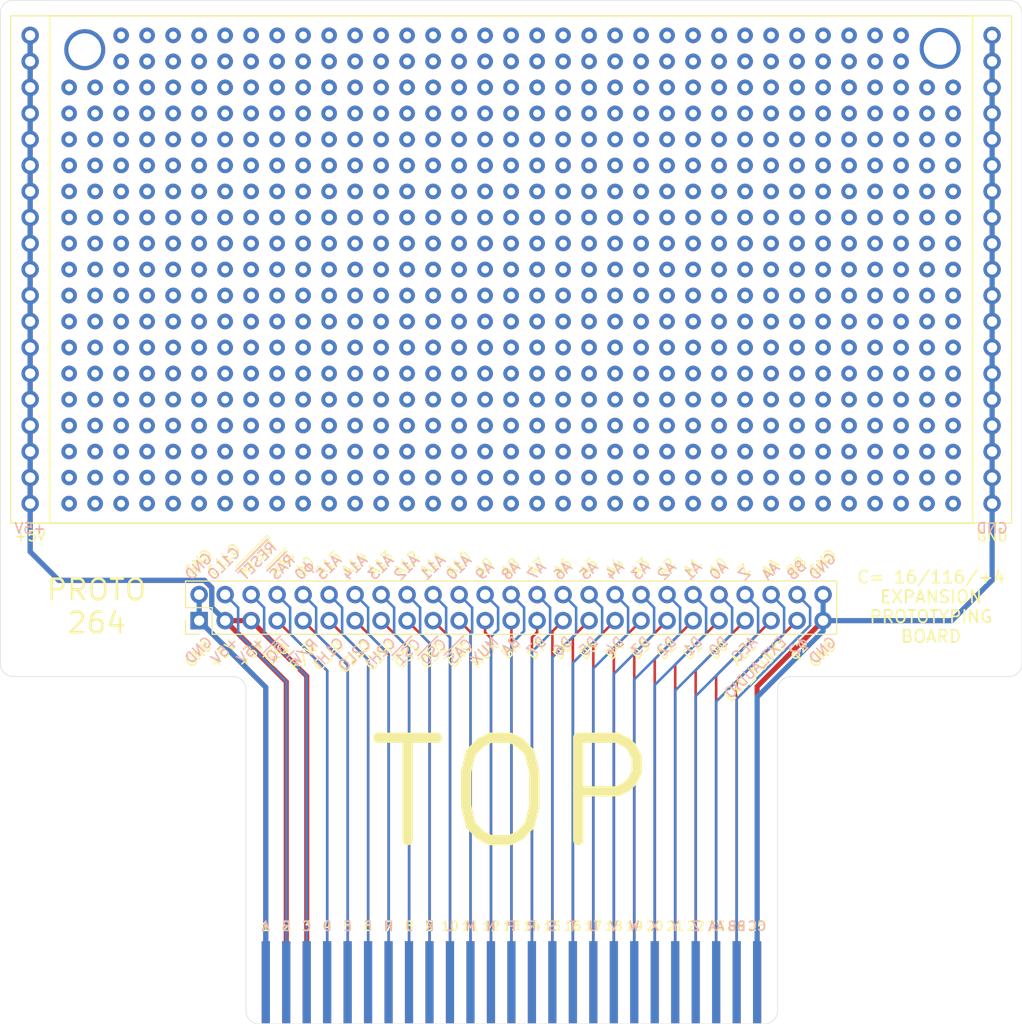
<source format=kicad_pcb>
(kicad_pcb (version 20171130) (host pcbnew "(5.1.9)-1")

  (general
    (thickness 1.6)
    (drawings 179)
    (tracks 246)
    (zones 0)
    (modules 5)
    (nets 47)
  )

  (page A4)
  (title_block
    (title Proto264)
    (date 2022-07-28)
    (rev 1git)
    (company SukkoPera)
    (comment 1 "C16/+4 Expansion Prototyping Board")
    (comment 2 "Licensed under CC BY-NC-SA 4.0")
  )

  (layers
    (0 F.Cu signal)
    (31 B.Cu signal)
    (36 B.SilkS user)
    (37 F.SilkS user)
    (38 B.Mask user)
    (39 F.Mask user)
    (40 Dwgs.User user hide)
    (42 Eco1.User user hide)
    (43 Eco2.User user hide)
    (44 Edge.Cuts user)
    (45 Margin user hide)
    (46 B.CrtYd user hide)
    (47 F.CrtYd user hide)
    (49 F.Fab user hide)
  )

  (setup
    (last_trace_width 0.25)
    (user_trace_width 0.4)
    (trace_clearance 0.2)
    (zone_clearance 0.381)
    (zone_45_only yes)
    (trace_min 0.2)
    (via_size 0.6)
    (via_drill 0.4)
    (via_min_size 0.4)
    (via_min_drill 0.3)
    (uvia_size 0.3)
    (uvia_drill 0.1)
    (uvias_allowed no)
    (uvia_min_size 0.2)
    (uvia_min_drill 0.1)
    (edge_width 0.05)
    (segment_width 0.2)
    (pcb_text_width 0.3)
    (pcb_text_size 1.5 1.5)
    (mod_edge_width 0.12)
    (mod_text_size 1 1)
    (mod_text_width 0.15)
    (pad_size 4 4)
    (pad_drill 3.200001)
    (pad_to_mask_clearance 0)
    (aux_axis_origin 102.235 48.133)
    (grid_origin 102.235 48.133)
    (visible_elements 7FFFFFFF)
    (pcbplotparams
      (layerselection 0x010f0_ffffffff)
      (usegerberextensions false)
      (usegerberattributes true)
      (usegerberadvancedattributes true)
      (creategerberjobfile true)
      (excludeedgelayer true)
      (linewidth 0.100000)
      (plotframeref false)
      (viasonmask false)
      (mode 1)
      (useauxorigin false)
      (hpglpennumber 1)
      (hpglpenspeed 20)
      (hpglpendiameter 15.000000)
      (psnegative false)
      (psa4output false)
      (plotreference true)
      (plotvalue true)
      (plotinvisibletext false)
      (padsonsilk false)
      (subtractmaskfromsilk false)
      (outputformat 1)
      (mirror false)
      (drillshape 0)
      (scaleselection 1)
      (outputdirectory "gerbers"))
  )

  (net 0 "")
  (net 1 GND)
  (net 2 +5V)
  (net 3 /mux)
  (net 4 /d7)
  (net 5 /d6)
  (net 6 /d4)
  (net 7 /d5)
  (net 8 /d3)
  (net 9 /d2)
  (net 10 /d1)
  (net 11 /d0)
  (net 12 /r_~w)
  (net 13 /ext_audio)
  (net 14 /phi2)
  (net 15 /~reset)
  (net 16 /a15)
  (net 17 /a14)
  (net 18 /a13)
  (net 19 /a12)
  (net 20 /a11)
  (net 21 /a10)
  (net 22 /a9)
  (net 23 /a8)
  (net 24 /a7)
  (net 25 /a6)
  (net 26 /a5)
  (net 27 /a4)
  (net 28 /a3)
  (net 29 /a2)
  (net 30 /a1)
  (net 31 /a0)
  (net 32 /c1hi)
  (net 33 /c2low)
  (net 34 /c2hi)
  (net 35 /~cs1)
  (net 36 /~cs0)
  (net 37 /~cas)
  (net 38 /ba)
  (net 39 /aec)
  (net 40 /~irq)
  (net 41 /c1low)
  (net 42 /~ras)
  (net 43 /phi0)
  (net 44 /z)
  (net 45 /aa)
  (net 46 /bb)

  (net_class Default "This is the default net class."
    (clearance 0.2)
    (trace_width 0.25)
    (via_dia 0.6)
    (via_drill 0.4)
    (uvia_dia 0.3)
    (uvia_drill 0.1)
    (add_net /a0)
    (add_net /a1)
    (add_net /a10)
    (add_net /a11)
    (add_net /a12)
    (add_net /a13)
    (add_net /a14)
    (add_net /a15)
    (add_net /a2)
    (add_net /a3)
    (add_net /a4)
    (add_net /a5)
    (add_net /a6)
    (add_net /a7)
    (add_net /a8)
    (add_net /a9)
    (add_net /aa)
    (add_net /aec)
    (add_net /ba)
    (add_net /bb)
    (add_net /c1hi)
    (add_net /c1low)
    (add_net /c2hi)
    (add_net /c2low)
    (add_net /d0)
    (add_net /d1)
    (add_net /d2)
    (add_net /d3)
    (add_net /d4)
    (add_net /d5)
    (add_net /d6)
    (add_net /d7)
    (add_net /ext_audio)
    (add_net /mux)
    (add_net /phi0)
    (add_net /phi2)
    (add_net /r_~w)
    (add_net /z)
    (add_net /~cas)
    (add_net /~cs0)
    (add_net /~cs1)
    (add_net /~irq)
    (add_net /~ras)
    (add_net /~reset)
  )

  (net_class Power ""
    (clearance 0.1)
    (trace_width 0.5)
    (via_dia 0.8)
    (via_drill 0.6)
    (uvia_dia 0.3)
    (uvia_drill 0.1)
    (add_net +5V)
    (add_net GND)
  )

  (module Proto264:ProtoArea35x19 (layer F.Cu) (tedit 685A6B94) (tstamp 62F008AF)
    (at 152.146 74.422)
    (path /6320048C)
    (fp_text reference J4 (at 0 25.4) (layer F.SilkS) hide
      (effects (font (size 1 1) (thickness 0.15)))
    )
    (fp_text value PROTO_AREA (at 0 25.4) (layer F.Fab)
      (effects (font (size 1 1) (thickness 0.15)))
    )
    (fp_line (start -45.085 24.765) (end -45.085 -24.765) (layer F.SilkS) (width 0.15))
    (fp_line (start 45.085 24.765) (end -45.085 24.765) (layer F.SilkS) (width 0.15))
    (fp_line (start 45.085 -24.765) (end 45.085 24.765) (layer F.SilkS) (width 0.15))
    (fp_line (start -45.085 -24.765) (end 45.085 -24.765) (layer F.SilkS) (width 0.15))
    (pad ~ thru_hole circle (at 43.18 22.86) (size 1.524 1.524) (drill 0.762) (layers *.Cu *.Mask))
    (pad ~ thru_hole circle (at 40.64 22.86) (size 1.524 1.524) (drill 0.762) (layers *.Cu *.Mask))
    (pad ~ thru_hole circle (at 38.1 22.86) (size 1.524 1.524) (drill 0.762) (layers *.Cu *.Mask))
    (pad ~ thru_hole circle (at 35.56 22.86) (size 1.524 1.524) (drill 0.762) (layers *.Cu *.Mask))
    (pad ~ thru_hole circle (at 33.02 22.86) (size 1.524 1.524) (drill 0.762) (layers *.Cu *.Mask))
    (pad ~ thru_hole circle (at 30.48 22.86) (size 1.524 1.524) (drill 0.762) (layers *.Cu *.Mask))
    (pad ~ thru_hole circle (at 27.94 22.86) (size 1.524 1.524) (drill 0.762) (layers *.Cu *.Mask))
    (pad ~ thru_hole circle (at 25.4 22.86) (size 1.524 1.524) (drill 0.762) (layers *.Cu *.Mask))
    (pad ~ thru_hole circle (at 22.86 22.86) (size 1.524 1.524) (drill 0.762) (layers *.Cu *.Mask))
    (pad ~ thru_hole circle (at 20.32 22.86) (size 1.524 1.524) (drill 0.762) (layers *.Cu *.Mask))
    (pad ~ thru_hole circle (at 17.78 22.86) (size 1.524 1.524) (drill 0.762) (layers *.Cu *.Mask))
    (pad ~ thru_hole circle (at 15.24 22.86) (size 1.524 1.524) (drill 0.762) (layers *.Cu *.Mask))
    (pad ~ thru_hole circle (at 12.7 22.86) (size 1.524 1.524) (drill 0.762) (layers *.Cu *.Mask))
    (pad ~ thru_hole circle (at 10.16 22.86) (size 1.524 1.524) (drill 0.762) (layers *.Cu *.Mask))
    (pad ~ thru_hole circle (at 7.62 22.86) (size 1.524 1.524) (drill 0.762) (layers *.Cu *.Mask))
    (pad ~ thru_hole circle (at 5.08 22.86) (size 1.524 1.524) (drill 0.762) (layers *.Cu *.Mask))
    (pad ~ thru_hole circle (at 2.54 22.86) (size 1.524 1.524) (drill 0.762) (layers *.Cu *.Mask))
    (pad ~ thru_hole circle (at 0 22.86) (size 1.524 1.524) (drill 0.762) (layers *.Cu *.Mask))
    (pad ~ thru_hole circle (at -2.54 22.86) (size 1.524 1.524) (drill 0.762) (layers *.Cu *.Mask))
    (pad ~ thru_hole circle (at -5.08 22.86) (size 1.524 1.524) (drill 0.762) (layers *.Cu *.Mask))
    (pad ~ thru_hole circle (at -7.62 22.86) (size 1.524 1.524) (drill 0.762) (layers *.Cu *.Mask))
    (pad ~ thru_hole circle (at -10.16 22.86) (size 1.524 1.524) (drill 0.762) (layers *.Cu *.Mask))
    (pad ~ thru_hole circle (at -12.7 22.86) (size 1.524 1.524) (drill 0.762) (layers *.Cu *.Mask))
    (pad ~ thru_hole circle (at -15.24 22.86) (size 1.524 1.524) (drill 0.762) (layers *.Cu *.Mask))
    (pad ~ thru_hole circle (at -17.78 22.86) (size 1.524 1.524) (drill 0.762) (layers *.Cu *.Mask))
    (pad ~ thru_hole circle (at -20.32 22.86) (size 1.524 1.524) (drill 0.762) (layers *.Cu *.Mask))
    (pad ~ thru_hole circle (at -22.86 22.86) (size 1.524 1.524) (drill 0.762) (layers *.Cu *.Mask))
    (pad ~ thru_hole circle (at -25.4 22.86) (size 1.524 1.524) (drill 0.762) (layers *.Cu *.Mask))
    (pad ~ thru_hole circle (at -27.94 22.86) (size 1.524 1.524) (drill 0.762) (layers *.Cu *.Mask))
    (pad ~ thru_hole circle (at -30.48 22.86) (size 1.524 1.524) (drill 0.762) (layers *.Cu *.Mask))
    (pad ~ thru_hole circle (at -33.02 22.86) (size 1.524 1.524) (drill 0.762) (layers *.Cu *.Mask))
    (pad ~ thru_hole circle (at -35.56 22.86) (size 1.524 1.524) (drill 0.762) (layers *.Cu *.Mask))
    (pad ~ thru_hole circle (at -38.1 22.86) (size 1.524 1.524) (drill 0.762) (layers *.Cu *.Mask))
    (pad ~ thru_hole circle (at -40.64 22.86) (size 1.524 1.524) (drill 0.762) (layers *.Cu *.Mask))
    (pad ~ thru_hole circle (at -43.18 22.86) (size 1.524 1.524) (drill 0.762) (layers *.Cu *.Mask))
    (pad ~ thru_hole circle (at 43.18 20.32) (size 1.524 1.524) (drill 0.762) (layers *.Cu *.Mask))
    (pad ~ thru_hole circle (at 40.64 20.32) (size 1.524 1.524) (drill 0.762) (layers *.Cu *.Mask))
    (pad ~ thru_hole circle (at 38.1 20.32) (size 1.524 1.524) (drill 0.762) (layers *.Cu *.Mask))
    (pad ~ thru_hole circle (at 35.56 20.32) (size 1.524 1.524) (drill 0.762) (layers *.Cu *.Mask))
    (pad ~ thru_hole circle (at 33.02 20.32) (size 1.524 1.524) (drill 0.762) (layers *.Cu *.Mask))
    (pad ~ thru_hole circle (at 30.48 20.32) (size 1.524 1.524) (drill 0.762) (layers *.Cu *.Mask))
    (pad ~ thru_hole circle (at 27.94 20.32) (size 1.524 1.524) (drill 0.762) (layers *.Cu *.Mask))
    (pad ~ thru_hole circle (at 25.4 20.32) (size 1.524 1.524) (drill 0.762) (layers *.Cu *.Mask))
    (pad ~ thru_hole circle (at 22.86 20.32) (size 1.524 1.524) (drill 0.762) (layers *.Cu *.Mask))
    (pad ~ thru_hole circle (at 20.32 20.32) (size 1.524 1.524) (drill 0.762) (layers *.Cu *.Mask))
    (pad ~ thru_hole circle (at 17.78 20.32) (size 1.524 1.524) (drill 0.762) (layers *.Cu *.Mask))
    (pad ~ thru_hole circle (at 15.24 20.32) (size 1.524 1.524) (drill 0.762) (layers *.Cu *.Mask))
    (pad ~ thru_hole circle (at 12.7 20.32) (size 1.524 1.524) (drill 0.762) (layers *.Cu *.Mask))
    (pad ~ thru_hole circle (at 10.16 20.32) (size 1.524 1.524) (drill 0.762) (layers *.Cu *.Mask))
    (pad ~ thru_hole circle (at 7.62 20.32) (size 1.524 1.524) (drill 0.762) (layers *.Cu *.Mask))
    (pad ~ thru_hole circle (at 5.08 20.32) (size 1.524 1.524) (drill 0.762) (layers *.Cu *.Mask))
    (pad ~ thru_hole circle (at 2.54 20.32) (size 1.524 1.524) (drill 0.762) (layers *.Cu *.Mask))
    (pad ~ thru_hole circle (at 0 20.32) (size 1.524 1.524) (drill 0.762) (layers *.Cu *.Mask))
    (pad ~ thru_hole circle (at -2.54 20.32) (size 1.524 1.524) (drill 0.762) (layers *.Cu *.Mask))
    (pad ~ thru_hole circle (at -5.08 20.32) (size 1.524 1.524) (drill 0.762) (layers *.Cu *.Mask))
    (pad ~ thru_hole circle (at -7.62 20.32) (size 1.524 1.524) (drill 0.762) (layers *.Cu *.Mask))
    (pad ~ thru_hole circle (at -10.16 20.32) (size 1.524 1.524) (drill 0.762) (layers *.Cu *.Mask))
    (pad ~ thru_hole circle (at -12.7 20.32) (size 1.524 1.524) (drill 0.762) (layers *.Cu *.Mask))
    (pad ~ thru_hole circle (at -15.24 20.32) (size 1.524 1.524) (drill 0.762) (layers *.Cu *.Mask))
    (pad ~ thru_hole circle (at -17.78 20.32) (size 1.524 1.524) (drill 0.762) (layers *.Cu *.Mask))
    (pad ~ thru_hole circle (at -20.32 20.32) (size 1.524 1.524) (drill 0.762) (layers *.Cu *.Mask))
    (pad ~ thru_hole circle (at -22.86 20.32) (size 1.524 1.524) (drill 0.762) (layers *.Cu *.Mask))
    (pad ~ thru_hole circle (at -25.4 20.32) (size 1.524 1.524) (drill 0.762) (layers *.Cu *.Mask))
    (pad ~ thru_hole circle (at -27.94 20.32) (size 1.524 1.524) (drill 0.762) (layers *.Cu *.Mask))
    (pad ~ thru_hole circle (at -30.48 20.32) (size 1.524 1.524) (drill 0.762) (layers *.Cu *.Mask))
    (pad ~ thru_hole circle (at -33.02 20.32) (size 1.524 1.524) (drill 0.762) (layers *.Cu *.Mask))
    (pad ~ thru_hole circle (at -35.56 20.32) (size 1.524 1.524) (drill 0.762) (layers *.Cu *.Mask))
    (pad ~ thru_hole circle (at -38.1 20.32) (size 1.524 1.524) (drill 0.762) (layers *.Cu *.Mask))
    (pad ~ thru_hole circle (at -40.64 20.32) (size 1.524 1.524) (drill 0.762) (layers *.Cu *.Mask))
    (pad ~ thru_hole circle (at -43.18 20.32) (size 1.524 1.524) (drill 0.762) (layers *.Cu *.Mask))
    (pad ~ thru_hole circle (at 43.18 17.78) (size 1.524 1.524) (drill 0.762) (layers *.Cu *.Mask))
    (pad ~ thru_hole circle (at 40.64 17.78) (size 1.524 1.524) (drill 0.762) (layers *.Cu *.Mask))
    (pad ~ thru_hole circle (at 38.1 17.78) (size 1.524 1.524) (drill 0.762) (layers *.Cu *.Mask))
    (pad ~ thru_hole circle (at 35.56 17.78) (size 1.524 1.524) (drill 0.762) (layers *.Cu *.Mask))
    (pad ~ thru_hole circle (at 33.02 17.78) (size 1.524 1.524) (drill 0.762) (layers *.Cu *.Mask))
    (pad ~ thru_hole circle (at 30.48 17.78) (size 1.524 1.524) (drill 0.762) (layers *.Cu *.Mask))
    (pad ~ thru_hole circle (at 27.94 17.78) (size 1.524 1.524) (drill 0.762) (layers *.Cu *.Mask))
    (pad ~ thru_hole circle (at 25.4 17.78) (size 1.524 1.524) (drill 0.762) (layers *.Cu *.Mask))
    (pad ~ thru_hole circle (at 22.86 17.78) (size 1.524 1.524) (drill 0.762) (layers *.Cu *.Mask))
    (pad ~ thru_hole circle (at 20.32 17.78) (size 1.524 1.524) (drill 0.762) (layers *.Cu *.Mask))
    (pad ~ thru_hole circle (at 17.78 17.78) (size 1.524 1.524) (drill 0.762) (layers *.Cu *.Mask))
    (pad ~ thru_hole circle (at 15.24 17.78) (size 1.524 1.524) (drill 0.762) (layers *.Cu *.Mask))
    (pad ~ thru_hole circle (at 12.7 17.78) (size 1.524 1.524) (drill 0.762) (layers *.Cu *.Mask))
    (pad ~ thru_hole circle (at 10.16 17.78) (size 1.524 1.524) (drill 0.762) (layers *.Cu *.Mask))
    (pad ~ thru_hole circle (at 7.62 17.78) (size 1.524 1.524) (drill 0.762) (layers *.Cu *.Mask))
    (pad ~ thru_hole circle (at 5.08 17.78) (size 1.524 1.524) (drill 0.762) (layers *.Cu *.Mask))
    (pad ~ thru_hole circle (at 2.54 17.78) (size 1.524 1.524) (drill 0.762) (layers *.Cu *.Mask))
    (pad ~ thru_hole circle (at 0 17.78) (size 1.524 1.524) (drill 0.762) (layers *.Cu *.Mask))
    (pad ~ thru_hole circle (at -2.54 17.78) (size 1.524 1.524) (drill 0.762) (layers *.Cu *.Mask))
    (pad ~ thru_hole circle (at -5.08 17.78) (size 1.524 1.524) (drill 0.762) (layers *.Cu *.Mask))
    (pad ~ thru_hole circle (at -7.62 17.78) (size 1.524 1.524) (drill 0.762) (layers *.Cu *.Mask))
    (pad ~ thru_hole circle (at -10.16 17.78) (size 1.524 1.524) (drill 0.762) (layers *.Cu *.Mask))
    (pad ~ thru_hole circle (at -12.7 17.78) (size 1.524 1.524) (drill 0.762) (layers *.Cu *.Mask))
    (pad ~ thru_hole circle (at -15.24 17.78) (size 1.524 1.524) (drill 0.762) (layers *.Cu *.Mask))
    (pad ~ thru_hole circle (at -17.78 17.78) (size 1.524 1.524) (drill 0.762) (layers *.Cu *.Mask))
    (pad ~ thru_hole circle (at -20.32 17.78) (size 1.524 1.524) (drill 0.762) (layers *.Cu *.Mask))
    (pad ~ thru_hole circle (at -22.86 17.78) (size 1.524 1.524) (drill 0.762) (layers *.Cu *.Mask))
    (pad ~ thru_hole circle (at -25.4 17.78) (size 1.524 1.524) (drill 0.762) (layers *.Cu *.Mask))
    (pad ~ thru_hole circle (at -27.94 17.78) (size 1.524 1.524) (drill 0.762) (layers *.Cu *.Mask))
    (pad ~ thru_hole circle (at -30.48 17.78) (size 1.524 1.524) (drill 0.762) (layers *.Cu *.Mask))
    (pad ~ thru_hole circle (at -33.02 17.78) (size 1.524 1.524) (drill 0.762) (layers *.Cu *.Mask))
    (pad ~ thru_hole circle (at -35.56 17.78) (size 1.524 1.524) (drill 0.762) (layers *.Cu *.Mask))
    (pad ~ thru_hole circle (at -38.1 17.78) (size 1.524 1.524) (drill 0.762) (layers *.Cu *.Mask))
    (pad ~ thru_hole circle (at -40.64 17.78) (size 1.524 1.524) (drill 0.762) (layers *.Cu *.Mask))
    (pad ~ thru_hole circle (at -43.18 17.78) (size 1.524 1.524) (drill 0.762) (layers *.Cu *.Mask))
    (pad ~ thru_hole circle (at 43.18 15.24) (size 1.524 1.524) (drill 0.762) (layers *.Cu *.Mask))
    (pad ~ thru_hole circle (at 40.64 15.24) (size 1.524 1.524) (drill 0.762) (layers *.Cu *.Mask))
    (pad ~ thru_hole circle (at 38.1 15.24) (size 1.524 1.524) (drill 0.762) (layers *.Cu *.Mask))
    (pad ~ thru_hole circle (at 35.56 15.24) (size 1.524 1.524) (drill 0.762) (layers *.Cu *.Mask))
    (pad ~ thru_hole circle (at 33.02 15.24) (size 1.524 1.524) (drill 0.762) (layers *.Cu *.Mask))
    (pad ~ thru_hole circle (at 30.48 15.24) (size 1.524 1.524) (drill 0.762) (layers *.Cu *.Mask))
    (pad ~ thru_hole circle (at 27.94 15.24) (size 1.524 1.524) (drill 0.762) (layers *.Cu *.Mask))
    (pad ~ thru_hole circle (at 25.4 15.24) (size 1.524 1.524) (drill 0.762) (layers *.Cu *.Mask))
    (pad ~ thru_hole circle (at 22.86 15.24) (size 1.524 1.524) (drill 0.762) (layers *.Cu *.Mask))
    (pad ~ thru_hole circle (at 20.32 15.24) (size 1.524 1.524) (drill 0.762) (layers *.Cu *.Mask))
    (pad ~ thru_hole circle (at 17.78 15.24) (size 1.524 1.524) (drill 0.762) (layers *.Cu *.Mask))
    (pad ~ thru_hole circle (at 15.24 15.24) (size 1.524 1.524) (drill 0.762) (layers *.Cu *.Mask))
    (pad ~ thru_hole circle (at 12.7 15.24) (size 1.524 1.524) (drill 0.762) (layers *.Cu *.Mask))
    (pad ~ thru_hole circle (at 10.16 15.24) (size 1.524 1.524) (drill 0.762) (layers *.Cu *.Mask))
    (pad ~ thru_hole circle (at 7.62 15.24) (size 1.524 1.524) (drill 0.762) (layers *.Cu *.Mask))
    (pad ~ thru_hole circle (at 5.08 15.24) (size 1.524 1.524) (drill 0.762) (layers *.Cu *.Mask))
    (pad ~ thru_hole circle (at 2.54 15.24) (size 1.524 1.524) (drill 0.762) (layers *.Cu *.Mask))
    (pad ~ thru_hole circle (at 0 15.24) (size 1.524 1.524) (drill 0.762) (layers *.Cu *.Mask))
    (pad ~ thru_hole circle (at -2.54 15.24) (size 1.524 1.524) (drill 0.762) (layers *.Cu *.Mask))
    (pad ~ thru_hole circle (at -5.08 15.24) (size 1.524 1.524) (drill 0.762) (layers *.Cu *.Mask))
    (pad ~ thru_hole circle (at -7.62 15.24) (size 1.524 1.524) (drill 0.762) (layers *.Cu *.Mask))
    (pad ~ thru_hole circle (at -10.16 15.24) (size 1.524 1.524) (drill 0.762) (layers *.Cu *.Mask))
    (pad ~ thru_hole circle (at -12.7 15.24) (size 1.524 1.524) (drill 0.762) (layers *.Cu *.Mask))
    (pad ~ thru_hole circle (at -15.24 15.24) (size 1.524 1.524) (drill 0.762) (layers *.Cu *.Mask))
    (pad ~ thru_hole circle (at -17.78 15.24) (size 1.524 1.524) (drill 0.762) (layers *.Cu *.Mask))
    (pad ~ thru_hole circle (at -20.32 15.24) (size 1.524 1.524) (drill 0.762) (layers *.Cu *.Mask))
    (pad ~ thru_hole circle (at -22.86 15.24) (size 1.524 1.524) (drill 0.762) (layers *.Cu *.Mask))
    (pad ~ thru_hole circle (at -25.4 15.24) (size 1.524 1.524) (drill 0.762) (layers *.Cu *.Mask))
    (pad ~ thru_hole circle (at -27.94 15.24) (size 1.524 1.524) (drill 0.762) (layers *.Cu *.Mask))
    (pad ~ thru_hole circle (at -30.48 15.24) (size 1.524 1.524) (drill 0.762) (layers *.Cu *.Mask))
    (pad ~ thru_hole circle (at -33.02 15.24) (size 1.524 1.524) (drill 0.762) (layers *.Cu *.Mask))
    (pad ~ thru_hole circle (at -35.56 15.24) (size 1.524 1.524) (drill 0.762) (layers *.Cu *.Mask))
    (pad ~ thru_hole circle (at -38.1 15.24) (size 1.524 1.524) (drill 0.762) (layers *.Cu *.Mask))
    (pad ~ thru_hole circle (at -40.64 15.24) (size 1.524 1.524) (drill 0.762) (layers *.Cu *.Mask))
    (pad ~ thru_hole circle (at -43.18 15.24) (size 1.524 1.524) (drill 0.762) (layers *.Cu *.Mask))
    (pad ~ thru_hole circle (at 43.18 12.7) (size 1.524 1.524) (drill 0.762) (layers *.Cu *.Mask))
    (pad ~ thru_hole circle (at 40.64 12.7) (size 1.524 1.524) (drill 0.762) (layers *.Cu *.Mask))
    (pad ~ thru_hole circle (at 38.1 12.7) (size 1.524 1.524) (drill 0.762) (layers *.Cu *.Mask))
    (pad ~ thru_hole circle (at 35.56 12.7) (size 1.524 1.524) (drill 0.762) (layers *.Cu *.Mask))
    (pad ~ thru_hole circle (at 33.02 12.7) (size 1.524 1.524) (drill 0.762) (layers *.Cu *.Mask))
    (pad ~ thru_hole circle (at 30.48 12.7) (size 1.524 1.524) (drill 0.762) (layers *.Cu *.Mask))
    (pad ~ thru_hole circle (at 27.94 12.7) (size 1.524 1.524) (drill 0.762) (layers *.Cu *.Mask))
    (pad ~ thru_hole circle (at 25.4 12.7) (size 1.524 1.524) (drill 0.762) (layers *.Cu *.Mask))
    (pad ~ thru_hole circle (at 22.86 12.7) (size 1.524 1.524) (drill 0.762) (layers *.Cu *.Mask))
    (pad ~ thru_hole circle (at 20.32 12.7) (size 1.524 1.524) (drill 0.762) (layers *.Cu *.Mask))
    (pad ~ thru_hole circle (at 17.78 12.7) (size 1.524 1.524) (drill 0.762) (layers *.Cu *.Mask))
    (pad ~ thru_hole circle (at 15.24 12.7) (size 1.524 1.524) (drill 0.762) (layers *.Cu *.Mask))
    (pad ~ thru_hole circle (at 12.7 12.7) (size 1.524 1.524) (drill 0.762) (layers *.Cu *.Mask))
    (pad ~ thru_hole circle (at 10.16 12.7) (size 1.524 1.524) (drill 0.762) (layers *.Cu *.Mask))
    (pad ~ thru_hole circle (at 7.62 12.7) (size 1.524 1.524) (drill 0.762) (layers *.Cu *.Mask))
    (pad ~ thru_hole circle (at 5.08 12.7) (size 1.524 1.524) (drill 0.762) (layers *.Cu *.Mask))
    (pad ~ thru_hole circle (at 2.54 12.7) (size 1.524 1.524) (drill 0.762) (layers *.Cu *.Mask))
    (pad ~ thru_hole circle (at 0 12.7) (size 1.524 1.524) (drill 0.762) (layers *.Cu *.Mask))
    (pad ~ thru_hole circle (at -2.54 12.7) (size 1.524 1.524) (drill 0.762) (layers *.Cu *.Mask))
    (pad ~ thru_hole circle (at -5.08 12.7) (size 1.524 1.524) (drill 0.762) (layers *.Cu *.Mask))
    (pad ~ thru_hole circle (at -7.62 12.7) (size 1.524 1.524) (drill 0.762) (layers *.Cu *.Mask))
    (pad ~ thru_hole circle (at -10.16 12.7) (size 1.524 1.524) (drill 0.762) (layers *.Cu *.Mask))
    (pad ~ thru_hole circle (at -12.7 12.7) (size 1.524 1.524) (drill 0.762) (layers *.Cu *.Mask))
    (pad ~ thru_hole circle (at -15.24 12.7) (size 1.524 1.524) (drill 0.762) (layers *.Cu *.Mask))
    (pad ~ thru_hole circle (at -17.78 12.7) (size 1.524 1.524) (drill 0.762) (layers *.Cu *.Mask))
    (pad ~ thru_hole circle (at -20.32 12.7) (size 1.524 1.524) (drill 0.762) (layers *.Cu *.Mask))
    (pad ~ thru_hole circle (at -22.86 12.7) (size 1.524 1.524) (drill 0.762) (layers *.Cu *.Mask))
    (pad ~ thru_hole circle (at -25.4 12.7) (size 1.524 1.524) (drill 0.762) (layers *.Cu *.Mask))
    (pad ~ thru_hole circle (at -27.94 12.7) (size 1.524 1.524) (drill 0.762) (layers *.Cu *.Mask))
    (pad ~ thru_hole circle (at -30.48 12.7) (size 1.524 1.524) (drill 0.762) (layers *.Cu *.Mask))
    (pad ~ thru_hole circle (at -33.02 12.7) (size 1.524 1.524) (drill 0.762) (layers *.Cu *.Mask))
    (pad ~ thru_hole circle (at -35.56 12.7) (size 1.524 1.524) (drill 0.762) (layers *.Cu *.Mask))
    (pad ~ thru_hole circle (at -38.1 12.7) (size 1.524 1.524) (drill 0.762) (layers *.Cu *.Mask))
    (pad ~ thru_hole circle (at -40.64 12.7) (size 1.524 1.524) (drill 0.762) (layers *.Cu *.Mask))
    (pad ~ thru_hole circle (at -43.18 12.7) (size 1.524 1.524) (drill 0.762) (layers *.Cu *.Mask))
    (pad ~ thru_hole circle (at 43.18 10.16) (size 1.524 1.524) (drill 0.762) (layers *.Cu *.Mask))
    (pad ~ thru_hole circle (at 40.64 10.16) (size 1.524 1.524) (drill 0.762) (layers *.Cu *.Mask))
    (pad ~ thru_hole circle (at 38.1 10.16) (size 1.524 1.524) (drill 0.762) (layers *.Cu *.Mask))
    (pad ~ thru_hole circle (at 35.56 10.16) (size 1.524 1.524) (drill 0.762) (layers *.Cu *.Mask))
    (pad ~ thru_hole circle (at 33.02 10.16) (size 1.524 1.524) (drill 0.762) (layers *.Cu *.Mask))
    (pad ~ thru_hole circle (at 30.48 10.16) (size 1.524 1.524) (drill 0.762) (layers *.Cu *.Mask))
    (pad ~ thru_hole circle (at 27.94 10.16) (size 1.524 1.524) (drill 0.762) (layers *.Cu *.Mask))
    (pad ~ thru_hole circle (at 25.4 10.16) (size 1.524 1.524) (drill 0.762) (layers *.Cu *.Mask))
    (pad ~ thru_hole circle (at 22.86 10.16) (size 1.524 1.524) (drill 0.762) (layers *.Cu *.Mask))
    (pad ~ thru_hole circle (at 20.32 10.16) (size 1.524 1.524) (drill 0.762) (layers *.Cu *.Mask))
    (pad ~ thru_hole circle (at 17.78 10.16) (size 1.524 1.524) (drill 0.762) (layers *.Cu *.Mask))
    (pad ~ thru_hole circle (at 15.24 10.16) (size 1.524 1.524) (drill 0.762) (layers *.Cu *.Mask))
    (pad ~ thru_hole circle (at 12.7 10.16) (size 1.524 1.524) (drill 0.762) (layers *.Cu *.Mask))
    (pad ~ thru_hole circle (at 10.16 10.16) (size 1.524 1.524) (drill 0.762) (layers *.Cu *.Mask))
    (pad ~ thru_hole circle (at 7.62 10.16) (size 1.524 1.524) (drill 0.762) (layers *.Cu *.Mask))
    (pad ~ thru_hole circle (at 5.08 10.16) (size 1.524 1.524) (drill 0.762) (layers *.Cu *.Mask))
    (pad ~ thru_hole circle (at 2.54 10.16) (size 1.524 1.524) (drill 0.762) (layers *.Cu *.Mask))
    (pad ~ thru_hole circle (at 0 10.16) (size 1.524 1.524) (drill 0.762) (layers *.Cu *.Mask))
    (pad ~ thru_hole circle (at -2.54 10.16) (size 1.524 1.524) (drill 0.762) (layers *.Cu *.Mask))
    (pad ~ thru_hole circle (at -5.08 10.16) (size 1.524 1.524) (drill 0.762) (layers *.Cu *.Mask))
    (pad ~ thru_hole circle (at -7.62 10.16) (size 1.524 1.524) (drill 0.762) (layers *.Cu *.Mask))
    (pad ~ thru_hole circle (at -10.16 10.16) (size 1.524 1.524) (drill 0.762) (layers *.Cu *.Mask))
    (pad ~ thru_hole circle (at -12.7 10.16) (size 1.524 1.524) (drill 0.762) (layers *.Cu *.Mask))
    (pad ~ thru_hole circle (at -15.24 10.16) (size 1.524 1.524) (drill 0.762) (layers *.Cu *.Mask))
    (pad ~ thru_hole circle (at -17.78 10.16) (size 1.524 1.524) (drill 0.762) (layers *.Cu *.Mask))
    (pad ~ thru_hole circle (at -20.32 10.16) (size 1.524 1.524) (drill 0.762) (layers *.Cu *.Mask))
    (pad ~ thru_hole circle (at -22.86 10.16) (size 1.524 1.524) (drill 0.762) (layers *.Cu *.Mask))
    (pad ~ thru_hole circle (at -25.4 10.16) (size 1.524 1.524) (drill 0.762) (layers *.Cu *.Mask))
    (pad ~ thru_hole circle (at -27.94 10.16) (size 1.524 1.524) (drill 0.762) (layers *.Cu *.Mask))
    (pad ~ thru_hole circle (at -30.48 10.16) (size 1.524 1.524) (drill 0.762) (layers *.Cu *.Mask))
    (pad ~ thru_hole circle (at -33.02 10.16) (size 1.524 1.524) (drill 0.762) (layers *.Cu *.Mask))
    (pad ~ thru_hole circle (at -35.56 10.16) (size 1.524 1.524) (drill 0.762) (layers *.Cu *.Mask))
    (pad ~ thru_hole circle (at -38.1 10.16) (size 1.524 1.524) (drill 0.762) (layers *.Cu *.Mask))
    (pad ~ thru_hole circle (at -40.64 10.16) (size 1.524 1.524) (drill 0.762) (layers *.Cu *.Mask))
    (pad ~ thru_hole circle (at -43.18 10.16) (size 1.524 1.524) (drill 0.762) (layers *.Cu *.Mask))
    (pad ~ thru_hole circle (at 43.18 7.62) (size 1.524 1.524) (drill 0.762) (layers *.Cu *.Mask))
    (pad ~ thru_hole circle (at 40.64 7.62) (size 1.524 1.524) (drill 0.762) (layers *.Cu *.Mask))
    (pad ~ thru_hole circle (at 38.1 7.62) (size 1.524 1.524) (drill 0.762) (layers *.Cu *.Mask))
    (pad ~ thru_hole circle (at 35.56 7.62) (size 1.524 1.524) (drill 0.762) (layers *.Cu *.Mask))
    (pad ~ thru_hole circle (at 33.02 7.62) (size 1.524 1.524) (drill 0.762) (layers *.Cu *.Mask))
    (pad ~ thru_hole circle (at 30.48 7.62) (size 1.524 1.524) (drill 0.762) (layers *.Cu *.Mask))
    (pad ~ thru_hole circle (at 27.94 7.62) (size 1.524 1.524) (drill 0.762) (layers *.Cu *.Mask))
    (pad ~ thru_hole circle (at 25.4 7.62) (size 1.524 1.524) (drill 0.762) (layers *.Cu *.Mask))
    (pad ~ thru_hole circle (at 22.86 7.62) (size 1.524 1.524) (drill 0.762) (layers *.Cu *.Mask))
    (pad ~ thru_hole circle (at 20.32 7.62) (size 1.524 1.524) (drill 0.762) (layers *.Cu *.Mask))
    (pad ~ thru_hole circle (at 17.78 7.62) (size 1.524 1.524) (drill 0.762) (layers *.Cu *.Mask))
    (pad ~ thru_hole circle (at 15.24 7.62) (size 1.524 1.524) (drill 0.762) (layers *.Cu *.Mask))
    (pad ~ thru_hole circle (at 12.7 7.62) (size 1.524 1.524) (drill 0.762) (layers *.Cu *.Mask))
    (pad ~ thru_hole circle (at 10.16 7.62) (size 1.524 1.524) (drill 0.762) (layers *.Cu *.Mask))
    (pad ~ thru_hole circle (at 7.62 7.62) (size 1.524 1.524) (drill 0.762) (layers *.Cu *.Mask))
    (pad ~ thru_hole circle (at 5.08 7.62) (size 1.524 1.524) (drill 0.762) (layers *.Cu *.Mask))
    (pad ~ thru_hole circle (at 2.54 7.62) (size 1.524 1.524) (drill 0.762) (layers *.Cu *.Mask))
    (pad ~ thru_hole circle (at 0 7.62) (size 1.524 1.524) (drill 0.762) (layers *.Cu *.Mask))
    (pad ~ thru_hole circle (at -2.54 7.62) (size 1.524 1.524) (drill 0.762) (layers *.Cu *.Mask))
    (pad ~ thru_hole circle (at -5.08 7.62) (size 1.524 1.524) (drill 0.762) (layers *.Cu *.Mask))
    (pad ~ thru_hole circle (at -7.62 7.62) (size 1.524 1.524) (drill 0.762) (layers *.Cu *.Mask))
    (pad ~ thru_hole circle (at -10.16 7.62) (size 1.524 1.524) (drill 0.762) (layers *.Cu *.Mask))
    (pad ~ thru_hole circle (at -12.7 7.62) (size 1.524 1.524) (drill 0.762) (layers *.Cu *.Mask))
    (pad ~ thru_hole circle (at -15.24 7.62) (size 1.524 1.524) (drill 0.762) (layers *.Cu *.Mask))
    (pad ~ thru_hole circle (at -17.78 7.62) (size 1.524 1.524) (drill 0.762) (layers *.Cu *.Mask))
    (pad ~ thru_hole circle (at -20.32 7.62) (size 1.524 1.524) (drill 0.762) (layers *.Cu *.Mask))
    (pad ~ thru_hole circle (at -22.86 7.62) (size 1.524 1.524) (drill 0.762) (layers *.Cu *.Mask))
    (pad ~ thru_hole circle (at -25.4 7.62) (size 1.524 1.524) (drill 0.762) (layers *.Cu *.Mask))
    (pad ~ thru_hole circle (at -27.94 7.62) (size 1.524 1.524) (drill 0.762) (layers *.Cu *.Mask))
    (pad ~ thru_hole circle (at -30.48 7.62) (size 1.524 1.524) (drill 0.762) (layers *.Cu *.Mask))
    (pad ~ thru_hole circle (at -33.02 7.62) (size 1.524 1.524) (drill 0.762) (layers *.Cu *.Mask))
    (pad ~ thru_hole circle (at -35.56 7.62) (size 1.524 1.524) (drill 0.762) (layers *.Cu *.Mask))
    (pad ~ thru_hole circle (at -38.1 7.62) (size 1.524 1.524) (drill 0.762) (layers *.Cu *.Mask))
    (pad ~ thru_hole circle (at -40.64 7.62) (size 1.524 1.524) (drill 0.762) (layers *.Cu *.Mask))
    (pad ~ thru_hole circle (at -43.18 7.62) (size 1.524 1.524) (drill 0.762) (layers *.Cu *.Mask))
    (pad ~ thru_hole circle (at 43.18 5.08) (size 1.524 1.524) (drill 0.762) (layers *.Cu *.Mask))
    (pad ~ thru_hole circle (at 40.64 5.08) (size 1.524 1.524) (drill 0.762) (layers *.Cu *.Mask))
    (pad ~ thru_hole circle (at 38.1 5.08) (size 1.524 1.524) (drill 0.762) (layers *.Cu *.Mask))
    (pad ~ thru_hole circle (at 35.56 5.08) (size 1.524 1.524) (drill 0.762) (layers *.Cu *.Mask))
    (pad ~ thru_hole circle (at 33.02 5.08) (size 1.524 1.524) (drill 0.762) (layers *.Cu *.Mask))
    (pad ~ thru_hole circle (at 30.48 5.08) (size 1.524 1.524) (drill 0.762) (layers *.Cu *.Mask))
    (pad ~ thru_hole circle (at 27.94 5.08) (size 1.524 1.524) (drill 0.762) (layers *.Cu *.Mask))
    (pad ~ thru_hole circle (at 25.4 5.08) (size 1.524 1.524) (drill 0.762) (layers *.Cu *.Mask))
    (pad ~ thru_hole circle (at 22.86 5.08) (size 1.524 1.524) (drill 0.762) (layers *.Cu *.Mask))
    (pad ~ thru_hole circle (at 20.32 5.08) (size 1.524 1.524) (drill 0.762) (layers *.Cu *.Mask))
    (pad ~ thru_hole circle (at 17.78 5.08) (size 1.524 1.524) (drill 0.762) (layers *.Cu *.Mask))
    (pad ~ thru_hole circle (at 15.24 5.08) (size 1.524 1.524) (drill 0.762) (layers *.Cu *.Mask))
    (pad ~ thru_hole circle (at 12.7 5.08) (size 1.524 1.524) (drill 0.762) (layers *.Cu *.Mask))
    (pad ~ thru_hole circle (at 10.16 5.08) (size 1.524 1.524) (drill 0.762) (layers *.Cu *.Mask))
    (pad ~ thru_hole circle (at 7.62 5.08) (size 1.524 1.524) (drill 0.762) (layers *.Cu *.Mask))
    (pad ~ thru_hole circle (at 5.08 5.08) (size 1.524 1.524) (drill 0.762) (layers *.Cu *.Mask))
    (pad ~ thru_hole circle (at 2.54 5.08) (size 1.524 1.524) (drill 0.762) (layers *.Cu *.Mask))
    (pad ~ thru_hole circle (at 0 5.08) (size 1.524 1.524) (drill 0.762) (layers *.Cu *.Mask))
    (pad ~ thru_hole circle (at -2.54 5.08) (size 1.524 1.524) (drill 0.762) (layers *.Cu *.Mask))
    (pad ~ thru_hole circle (at -5.08 5.08) (size 1.524 1.524) (drill 0.762) (layers *.Cu *.Mask))
    (pad ~ thru_hole circle (at -7.62 5.08) (size 1.524 1.524) (drill 0.762) (layers *.Cu *.Mask))
    (pad ~ thru_hole circle (at -10.16 5.08) (size 1.524 1.524) (drill 0.762) (layers *.Cu *.Mask))
    (pad ~ thru_hole circle (at -12.7 5.08) (size 1.524 1.524) (drill 0.762) (layers *.Cu *.Mask))
    (pad ~ thru_hole circle (at -15.24 5.08) (size 1.524 1.524) (drill 0.762) (layers *.Cu *.Mask))
    (pad ~ thru_hole circle (at -17.78 5.08) (size 1.524 1.524) (drill 0.762) (layers *.Cu *.Mask))
    (pad ~ thru_hole circle (at -20.32 5.08) (size 1.524 1.524) (drill 0.762) (layers *.Cu *.Mask))
    (pad ~ thru_hole circle (at -22.86 5.08) (size 1.524 1.524) (drill 0.762) (layers *.Cu *.Mask))
    (pad ~ thru_hole circle (at -25.4 5.08) (size 1.524 1.524) (drill 0.762) (layers *.Cu *.Mask))
    (pad ~ thru_hole circle (at -27.94 5.08) (size 1.524 1.524) (drill 0.762) (layers *.Cu *.Mask))
    (pad ~ thru_hole circle (at -30.48 5.08) (size 1.524 1.524) (drill 0.762) (layers *.Cu *.Mask))
    (pad ~ thru_hole circle (at -33.02 5.08) (size 1.524 1.524) (drill 0.762) (layers *.Cu *.Mask))
    (pad ~ thru_hole circle (at -35.56 5.08) (size 1.524 1.524) (drill 0.762) (layers *.Cu *.Mask))
    (pad ~ thru_hole circle (at -38.1 5.08) (size 1.524 1.524) (drill 0.762) (layers *.Cu *.Mask))
    (pad ~ thru_hole circle (at -40.64 5.08) (size 1.524 1.524) (drill 0.762) (layers *.Cu *.Mask))
    (pad ~ thru_hole circle (at -43.18 5.08) (size 1.524 1.524) (drill 0.762) (layers *.Cu *.Mask))
    (pad ~ thru_hole circle (at 43.18 2.54) (size 1.524 1.524) (drill 0.762) (layers *.Cu *.Mask))
    (pad ~ thru_hole circle (at 40.64 2.54) (size 1.524 1.524) (drill 0.762) (layers *.Cu *.Mask))
    (pad ~ thru_hole circle (at 38.1 2.54) (size 1.524 1.524) (drill 0.762) (layers *.Cu *.Mask))
    (pad ~ thru_hole circle (at 35.56 2.54) (size 1.524 1.524) (drill 0.762) (layers *.Cu *.Mask))
    (pad ~ thru_hole circle (at 33.02 2.54) (size 1.524 1.524) (drill 0.762) (layers *.Cu *.Mask))
    (pad ~ thru_hole circle (at 30.48 2.54) (size 1.524 1.524) (drill 0.762) (layers *.Cu *.Mask))
    (pad ~ thru_hole circle (at 27.94 2.54) (size 1.524 1.524) (drill 0.762) (layers *.Cu *.Mask))
    (pad ~ thru_hole circle (at 25.4 2.54) (size 1.524 1.524) (drill 0.762) (layers *.Cu *.Mask))
    (pad ~ thru_hole circle (at 22.86 2.54) (size 1.524 1.524) (drill 0.762) (layers *.Cu *.Mask))
    (pad ~ thru_hole circle (at 20.32 2.54) (size 1.524 1.524) (drill 0.762) (layers *.Cu *.Mask))
    (pad ~ thru_hole circle (at 17.78 2.54) (size 1.524 1.524) (drill 0.762) (layers *.Cu *.Mask))
    (pad ~ thru_hole circle (at 15.24 2.54) (size 1.524 1.524) (drill 0.762) (layers *.Cu *.Mask))
    (pad ~ thru_hole circle (at 12.7 2.54) (size 1.524 1.524) (drill 0.762) (layers *.Cu *.Mask))
    (pad ~ thru_hole circle (at 10.16 2.54) (size 1.524 1.524) (drill 0.762) (layers *.Cu *.Mask))
    (pad ~ thru_hole circle (at 7.62 2.54) (size 1.524 1.524) (drill 0.762) (layers *.Cu *.Mask))
    (pad ~ thru_hole circle (at 5.08 2.54) (size 1.524 1.524) (drill 0.762) (layers *.Cu *.Mask))
    (pad ~ thru_hole circle (at 2.54 2.54) (size 1.524 1.524) (drill 0.762) (layers *.Cu *.Mask))
    (pad ~ thru_hole circle (at 0 2.54) (size 1.524 1.524) (drill 0.762) (layers *.Cu *.Mask))
    (pad ~ thru_hole circle (at -2.54 2.54) (size 1.524 1.524) (drill 0.762) (layers *.Cu *.Mask))
    (pad ~ thru_hole circle (at -5.08 2.54) (size 1.524 1.524) (drill 0.762) (layers *.Cu *.Mask))
    (pad ~ thru_hole circle (at -7.62 2.54) (size 1.524 1.524) (drill 0.762) (layers *.Cu *.Mask))
    (pad ~ thru_hole circle (at -10.16 2.54) (size 1.524 1.524) (drill 0.762) (layers *.Cu *.Mask))
    (pad ~ thru_hole circle (at -12.7 2.54) (size 1.524 1.524) (drill 0.762) (layers *.Cu *.Mask))
    (pad ~ thru_hole circle (at -15.24 2.54) (size 1.524 1.524) (drill 0.762) (layers *.Cu *.Mask))
    (pad ~ thru_hole circle (at -17.78 2.54) (size 1.524 1.524) (drill 0.762) (layers *.Cu *.Mask))
    (pad ~ thru_hole circle (at -20.32 2.54) (size 1.524 1.524) (drill 0.762) (layers *.Cu *.Mask))
    (pad ~ thru_hole circle (at -22.86 2.54) (size 1.524 1.524) (drill 0.762) (layers *.Cu *.Mask))
    (pad ~ thru_hole circle (at -25.4 2.54) (size 1.524 1.524) (drill 0.762) (layers *.Cu *.Mask))
    (pad ~ thru_hole circle (at -27.94 2.54) (size 1.524 1.524) (drill 0.762) (layers *.Cu *.Mask))
    (pad ~ thru_hole circle (at -30.48 2.54) (size 1.524 1.524) (drill 0.762) (layers *.Cu *.Mask))
    (pad ~ thru_hole circle (at -33.02 2.54) (size 1.524 1.524) (drill 0.762) (layers *.Cu *.Mask))
    (pad ~ thru_hole circle (at -35.56 2.54) (size 1.524 1.524) (drill 0.762) (layers *.Cu *.Mask))
    (pad ~ thru_hole circle (at -38.1 2.54) (size 1.524 1.524) (drill 0.762) (layers *.Cu *.Mask))
    (pad ~ thru_hole circle (at -40.64 2.54) (size 1.524 1.524) (drill 0.762) (layers *.Cu *.Mask))
    (pad ~ thru_hole circle (at -43.18 2.54) (size 1.524 1.524) (drill 0.762) (layers *.Cu *.Mask))
    (pad ~ thru_hole circle (at 43.18 0) (size 1.524 1.524) (drill 0.762) (layers *.Cu *.Mask))
    (pad ~ thru_hole circle (at 40.64 0) (size 1.524 1.524) (drill 0.762) (layers *.Cu *.Mask))
    (pad ~ thru_hole circle (at 38.1 0) (size 1.524 1.524) (drill 0.762) (layers *.Cu *.Mask))
    (pad ~ thru_hole circle (at 35.56 0) (size 1.524 1.524) (drill 0.762) (layers *.Cu *.Mask))
    (pad ~ thru_hole circle (at 33.02 0) (size 1.524 1.524) (drill 0.762) (layers *.Cu *.Mask))
    (pad ~ thru_hole circle (at 30.48 0) (size 1.524 1.524) (drill 0.762) (layers *.Cu *.Mask))
    (pad ~ thru_hole circle (at 27.94 0) (size 1.524 1.524) (drill 0.762) (layers *.Cu *.Mask))
    (pad ~ thru_hole circle (at 25.4 0) (size 1.524 1.524) (drill 0.762) (layers *.Cu *.Mask))
    (pad ~ thru_hole circle (at 22.86 0) (size 1.524 1.524) (drill 0.762) (layers *.Cu *.Mask))
    (pad ~ thru_hole circle (at 20.32 0) (size 1.524 1.524) (drill 0.762) (layers *.Cu *.Mask))
    (pad ~ thru_hole circle (at 17.78 0) (size 1.524 1.524) (drill 0.762) (layers *.Cu *.Mask))
    (pad ~ thru_hole circle (at 15.24 0) (size 1.524 1.524) (drill 0.762) (layers *.Cu *.Mask))
    (pad ~ thru_hole circle (at 12.7 0) (size 1.524 1.524) (drill 0.762) (layers *.Cu *.Mask))
    (pad ~ thru_hole circle (at 10.16 0) (size 1.524 1.524) (drill 0.762) (layers *.Cu *.Mask))
    (pad ~ thru_hole circle (at 7.62 0) (size 1.524 1.524) (drill 0.762) (layers *.Cu *.Mask))
    (pad ~ thru_hole circle (at 5.08 0) (size 1.524 1.524) (drill 0.762) (layers *.Cu *.Mask))
    (pad ~ thru_hole circle (at 2.54 0) (size 1.524 1.524) (drill 0.762) (layers *.Cu *.Mask))
    (pad ~ thru_hole circle (at 0 0) (size 1.524 1.524) (drill 0.762) (layers *.Cu *.Mask))
    (pad ~ thru_hole circle (at -2.54 0) (size 1.524 1.524) (drill 0.762) (layers *.Cu *.Mask))
    (pad ~ thru_hole circle (at -5.08 0) (size 1.524 1.524) (drill 0.762) (layers *.Cu *.Mask))
    (pad ~ thru_hole circle (at -7.62 0) (size 1.524 1.524) (drill 0.762) (layers *.Cu *.Mask))
    (pad ~ thru_hole circle (at -10.16 0) (size 1.524 1.524) (drill 0.762) (layers *.Cu *.Mask))
    (pad ~ thru_hole circle (at -12.7 0) (size 1.524 1.524) (drill 0.762) (layers *.Cu *.Mask))
    (pad ~ thru_hole circle (at -15.24 0) (size 1.524 1.524) (drill 0.762) (layers *.Cu *.Mask))
    (pad ~ thru_hole circle (at -17.78 0) (size 1.524 1.524) (drill 0.762) (layers *.Cu *.Mask))
    (pad ~ thru_hole circle (at -20.32 0) (size 1.524 1.524) (drill 0.762) (layers *.Cu *.Mask))
    (pad ~ thru_hole circle (at -22.86 0) (size 1.524 1.524) (drill 0.762) (layers *.Cu *.Mask))
    (pad ~ thru_hole circle (at -25.4 0) (size 1.524 1.524) (drill 0.762) (layers *.Cu *.Mask))
    (pad ~ thru_hole circle (at -27.94 0) (size 1.524 1.524) (drill 0.762) (layers *.Cu *.Mask))
    (pad ~ thru_hole circle (at -30.48 0) (size 1.524 1.524) (drill 0.762) (layers *.Cu *.Mask))
    (pad ~ thru_hole circle (at -33.02 0) (size 1.524 1.524) (drill 0.762) (layers *.Cu *.Mask))
    (pad ~ thru_hole circle (at -35.56 0) (size 1.524 1.524) (drill 0.762) (layers *.Cu *.Mask))
    (pad ~ thru_hole circle (at -38.1 0) (size 1.524 1.524) (drill 0.762) (layers *.Cu *.Mask))
    (pad ~ thru_hole circle (at -40.64 0) (size 1.524 1.524) (drill 0.762) (layers *.Cu *.Mask))
    (pad ~ thru_hole circle (at -43.18 0) (size 1.524 1.524) (drill 0.762) (layers *.Cu *.Mask))
    (pad ~ thru_hole circle (at 43.18 -2.54) (size 1.524 1.524) (drill 0.762) (layers *.Cu *.Mask))
    (pad ~ thru_hole circle (at 40.64 -2.54) (size 1.524 1.524) (drill 0.762) (layers *.Cu *.Mask))
    (pad ~ thru_hole circle (at 38.1 -2.54) (size 1.524 1.524) (drill 0.762) (layers *.Cu *.Mask))
    (pad ~ thru_hole circle (at 35.56 -2.54) (size 1.524 1.524) (drill 0.762) (layers *.Cu *.Mask))
    (pad ~ thru_hole circle (at 33.02 -2.54) (size 1.524 1.524) (drill 0.762) (layers *.Cu *.Mask))
    (pad ~ thru_hole circle (at 30.48 -2.54) (size 1.524 1.524) (drill 0.762) (layers *.Cu *.Mask))
    (pad ~ thru_hole circle (at 27.94 -2.54) (size 1.524 1.524) (drill 0.762) (layers *.Cu *.Mask))
    (pad ~ thru_hole circle (at 25.4 -2.54) (size 1.524 1.524) (drill 0.762) (layers *.Cu *.Mask))
    (pad ~ thru_hole circle (at 22.86 -2.54) (size 1.524 1.524) (drill 0.762) (layers *.Cu *.Mask))
    (pad ~ thru_hole circle (at 20.32 -2.54) (size 1.524 1.524) (drill 0.762) (layers *.Cu *.Mask))
    (pad ~ thru_hole circle (at 17.78 -2.54) (size 1.524 1.524) (drill 0.762) (layers *.Cu *.Mask))
    (pad ~ thru_hole circle (at 15.24 -2.54) (size 1.524 1.524) (drill 0.762) (layers *.Cu *.Mask))
    (pad ~ thru_hole circle (at 12.7 -2.54) (size 1.524 1.524) (drill 0.762) (layers *.Cu *.Mask))
    (pad ~ thru_hole circle (at 10.16 -2.54) (size 1.524 1.524) (drill 0.762) (layers *.Cu *.Mask))
    (pad ~ thru_hole circle (at 7.62 -2.54) (size 1.524 1.524) (drill 0.762) (layers *.Cu *.Mask))
    (pad ~ thru_hole circle (at 5.08 -2.54) (size 1.524 1.524) (drill 0.762) (layers *.Cu *.Mask))
    (pad ~ thru_hole circle (at 2.54 -2.54) (size 1.524 1.524) (drill 0.762) (layers *.Cu *.Mask))
    (pad ~ thru_hole circle (at 0 -2.54) (size 1.524 1.524) (drill 0.762) (layers *.Cu *.Mask))
    (pad ~ thru_hole circle (at -2.54 -2.54) (size 1.524 1.524) (drill 0.762) (layers *.Cu *.Mask))
    (pad ~ thru_hole circle (at -5.08 -2.54) (size 1.524 1.524) (drill 0.762) (layers *.Cu *.Mask))
    (pad ~ thru_hole circle (at -7.62 -2.54) (size 1.524 1.524) (drill 0.762) (layers *.Cu *.Mask))
    (pad ~ thru_hole circle (at -10.16 -2.54) (size 1.524 1.524) (drill 0.762) (layers *.Cu *.Mask))
    (pad ~ thru_hole circle (at -12.7 -2.54) (size 1.524 1.524) (drill 0.762) (layers *.Cu *.Mask))
    (pad ~ thru_hole circle (at -15.24 -2.54) (size 1.524 1.524) (drill 0.762) (layers *.Cu *.Mask))
    (pad ~ thru_hole circle (at -17.78 -2.54) (size 1.524 1.524) (drill 0.762) (layers *.Cu *.Mask))
    (pad ~ thru_hole circle (at -20.32 -2.54) (size 1.524 1.524) (drill 0.762) (layers *.Cu *.Mask))
    (pad ~ thru_hole circle (at -22.86 -2.54) (size 1.524 1.524) (drill 0.762) (layers *.Cu *.Mask))
    (pad ~ thru_hole circle (at -25.4 -2.54) (size 1.524 1.524) (drill 0.762) (layers *.Cu *.Mask))
    (pad ~ thru_hole circle (at -27.94 -2.54) (size 1.524 1.524) (drill 0.762) (layers *.Cu *.Mask))
    (pad ~ thru_hole circle (at -30.48 -2.54) (size 1.524 1.524) (drill 0.762) (layers *.Cu *.Mask))
    (pad ~ thru_hole circle (at -33.02 -2.54) (size 1.524 1.524) (drill 0.762) (layers *.Cu *.Mask))
    (pad ~ thru_hole circle (at -35.56 -2.54) (size 1.524 1.524) (drill 0.762) (layers *.Cu *.Mask))
    (pad ~ thru_hole circle (at -38.1 -2.54) (size 1.524 1.524) (drill 0.762) (layers *.Cu *.Mask))
    (pad ~ thru_hole circle (at -40.64 -2.54) (size 1.524 1.524) (drill 0.762) (layers *.Cu *.Mask))
    (pad ~ thru_hole circle (at -43.18 -2.54) (size 1.524 1.524) (drill 0.762) (layers *.Cu *.Mask))
    (pad ~ thru_hole circle (at 43.18 -5.08) (size 1.524 1.524) (drill 0.762) (layers *.Cu *.Mask))
    (pad ~ thru_hole circle (at 40.64 -5.08) (size 1.524 1.524) (drill 0.762) (layers *.Cu *.Mask))
    (pad ~ thru_hole circle (at 38.1 -5.08) (size 1.524 1.524) (drill 0.762) (layers *.Cu *.Mask))
    (pad ~ thru_hole circle (at 35.56 -5.08) (size 1.524 1.524) (drill 0.762) (layers *.Cu *.Mask))
    (pad ~ thru_hole circle (at 33.02 -5.08) (size 1.524 1.524) (drill 0.762) (layers *.Cu *.Mask))
    (pad ~ thru_hole circle (at 30.48 -5.08) (size 1.524 1.524) (drill 0.762) (layers *.Cu *.Mask))
    (pad ~ thru_hole circle (at 27.94 -5.08) (size 1.524 1.524) (drill 0.762) (layers *.Cu *.Mask))
    (pad ~ thru_hole circle (at 25.4 -5.08) (size 1.524 1.524) (drill 0.762) (layers *.Cu *.Mask))
    (pad ~ thru_hole circle (at 22.86 -5.08) (size 1.524 1.524) (drill 0.762) (layers *.Cu *.Mask))
    (pad ~ thru_hole circle (at 20.32 -5.08) (size 1.524 1.524) (drill 0.762) (layers *.Cu *.Mask))
    (pad ~ thru_hole circle (at 17.78 -5.08) (size 1.524 1.524) (drill 0.762) (layers *.Cu *.Mask))
    (pad ~ thru_hole circle (at 15.24 -5.08) (size 1.524 1.524) (drill 0.762) (layers *.Cu *.Mask))
    (pad ~ thru_hole circle (at 12.7 -5.08) (size 1.524 1.524) (drill 0.762) (layers *.Cu *.Mask))
    (pad ~ thru_hole circle (at 10.16 -5.08) (size 1.524 1.524) (drill 0.762) (layers *.Cu *.Mask))
    (pad ~ thru_hole circle (at 7.62 -5.08) (size 1.524 1.524) (drill 0.762) (layers *.Cu *.Mask))
    (pad ~ thru_hole circle (at 5.08 -5.08) (size 1.524 1.524) (drill 0.762) (layers *.Cu *.Mask))
    (pad ~ thru_hole circle (at 2.54 -5.08) (size 1.524 1.524) (drill 0.762) (layers *.Cu *.Mask))
    (pad ~ thru_hole circle (at 0 -5.08) (size 1.524 1.524) (drill 0.762) (layers *.Cu *.Mask))
    (pad ~ thru_hole circle (at -2.54 -5.08) (size 1.524 1.524) (drill 0.762) (layers *.Cu *.Mask))
    (pad ~ thru_hole circle (at -5.08 -5.08) (size 1.524 1.524) (drill 0.762) (layers *.Cu *.Mask))
    (pad ~ thru_hole circle (at -7.62 -5.08) (size 1.524 1.524) (drill 0.762) (layers *.Cu *.Mask))
    (pad ~ thru_hole circle (at -10.16 -5.08) (size 1.524 1.524) (drill 0.762) (layers *.Cu *.Mask))
    (pad ~ thru_hole circle (at -12.7 -5.08) (size 1.524 1.524) (drill 0.762) (layers *.Cu *.Mask))
    (pad ~ thru_hole circle (at -15.24 -5.08) (size 1.524 1.524) (drill 0.762) (layers *.Cu *.Mask))
    (pad ~ thru_hole circle (at -17.78 -5.08) (size 1.524 1.524) (drill 0.762) (layers *.Cu *.Mask))
    (pad ~ thru_hole circle (at -20.32 -5.08) (size 1.524 1.524) (drill 0.762) (layers *.Cu *.Mask))
    (pad ~ thru_hole circle (at -22.86 -5.08) (size 1.524 1.524) (drill 0.762) (layers *.Cu *.Mask))
    (pad ~ thru_hole circle (at -25.4 -5.08) (size 1.524 1.524) (drill 0.762) (layers *.Cu *.Mask))
    (pad ~ thru_hole circle (at -27.94 -5.08) (size 1.524 1.524) (drill 0.762) (layers *.Cu *.Mask))
    (pad ~ thru_hole circle (at -30.48 -5.08) (size 1.524 1.524) (drill 0.762) (layers *.Cu *.Mask))
    (pad ~ thru_hole circle (at -33.02 -5.08) (size 1.524 1.524) (drill 0.762) (layers *.Cu *.Mask))
    (pad ~ thru_hole circle (at -35.56 -5.08) (size 1.524 1.524) (drill 0.762) (layers *.Cu *.Mask))
    (pad ~ thru_hole circle (at -38.1 -5.08) (size 1.524 1.524) (drill 0.762) (layers *.Cu *.Mask))
    (pad ~ thru_hole circle (at -40.64 -5.08) (size 1.524 1.524) (drill 0.762) (layers *.Cu *.Mask))
    (pad ~ thru_hole circle (at -43.18 -5.08) (size 1.524 1.524) (drill 0.762) (layers *.Cu *.Mask))
    (pad ~ thru_hole circle (at 43.18 -7.62) (size 1.524 1.524) (drill 0.762) (layers *.Cu *.Mask))
    (pad ~ thru_hole circle (at 40.64 -7.62) (size 1.524 1.524) (drill 0.762) (layers *.Cu *.Mask))
    (pad ~ thru_hole circle (at 38.1 -7.62) (size 1.524 1.524) (drill 0.762) (layers *.Cu *.Mask))
    (pad ~ thru_hole circle (at 35.56 -7.62) (size 1.524 1.524) (drill 0.762) (layers *.Cu *.Mask))
    (pad ~ thru_hole circle (at 33.02 -7.62) (size 1.524 1.524) (drill 0.762) (layers *.Cu *.Mask))
    (pad ~ thru_hole circle (at 30.48 -7.62) (size 1.524 1.524) (drill 0.762) (layers *.Cu *.Mask))
    (pad ~ thru_hole circle (at 27.94 -7.62) (size 1.524 1.524) (drill 0.762) (layers *.Cu *.Mask))
    (pad ~ thru_hole circle (at 25.4 -7.62) (size 1.524 1.524) (drill 0.762) (layers *.Cu *.Mask))
    (pad ~ thru_hole circle (at 22.86 -7.62) (size 1.524 1.524) (drill 0.762) (layers *.Cu *.Mask))
    (pad ~ thru_hole circle (at 20.32 -7.62) (size 1.524 1.524) (drill 0.762) (layers *.Cu *.Mask))
    (pad ~ thru_hole circle (at 17.78 -7.62) (size 1.524 1.524) (drill 0.762) (layers *.Cu *.Mask))
    (pad ~ thru_hole circle (at 15.24 -7.62) (size 1.524 1.524) (drill 0.762) (layers *.Cu *.Mask))
    (pad ~ thru_hole circle (at 12.7 -7.62) (size 1.524 1.524) (drill 0.762) (layers *.Cu *.Mask))
    (pad ~ thru_hole circle (at 10.16 -7.62) (size 1.524 1.524) (drill 0.762) (layers *.Cu *.Mask))
    (pad ~ thru_hole circle (at 7.62 -7.62) (size 1.524 1.524) (drill 0.762) (layers *.Cu *.Mask))
    (pad ~ thru_hole circle (at 5.08 -7.62) (size 1.524 1.524) (drill 0.762) (layers *.Cu *.Mask))
    (pad ~ thru_hole circle (at 2.54 -7.62) (size 1.524 1.524) (drill 0.762) (layers *.Cu *.Mask))
    (pad ~ thru_hole circle (at 0 -7.62) (size 1.524 1.524) (drill 0.762) (layers *.Cu *.Mask))
    (pad ~ thru_hole circle (at -2.54 -7.62) (size 1.524 1.524) (drill 0.762) (layers *.Cu *.Mask))
    (pad ~ thru_hole circle (at -5.08 -7.62) (size 1.524 1.524) (drill 0.762) (layers *.Cu *.Mask))
    (pad ~ thru_hole circle (at -7.62 -7.62) (size 1.524 1.524) (drill 0.762) (layers *.Cu *.Mask))
    (pad ~ thru_hole circle (at -10.16 -7.62) (size 1.524 1.524) (drill 0.762) (layers *.Cu *.Mask))
    (pad ~ thru_hole circle (at -12.7 -7.62) (size 1.524 1.524) (drill 0.762) (layers *.Cu *.Mask))
    (pad ~ thru_hole circle (at -15.24 -7.62) (size 1.524 1.524) (drill 0.762) (layers *.Cu *.Mask))
    (pad ~ thru_hole circle (at -17.78 -7.62) (size 1.524 1.524) (drill 0.762) (layers *.Cu *.Mask))
    (pad ~ thru_hole circle (at -20.32 -7.62) (size 1.524 1.524) (drill 0.762) (layers *.Cu *.Mask))
    (pad ~ thru_hole circle (at -22.86 -7.62) (size 1.524 1.524) (drill 0.762) (layers *.Cu *.Mask))
    (pad ~ thru_hole circle (at -25.4 -7.62) (size 1.524 1.524) (drill 0.762) (layers *.Cu *.Mask))
    (pad ~ thru_hole circle (at -27.94 -7.62) (size 1.524 1.524) (drill 0.762) (layers *.Cu *.Mask))
    (pad ~ thru_hole circle (at -30.48 -7.62) (size 1.524 1.524) (drill 0.762) (layers *.Cu *.Mask))
    (pad ~ thru_hole circle (at -33.02 -7.62) (size 1.524 1.524) (drill 0.762) (layers *.Cu *.Mask))
    (pad ~ thru_hole circle (at -35.56 -7.62) (size 1.524 1.524) (drill 0.762) (layers *.Cu *.Mask))
    (pad ~ thru_hole circle (at -38.1 -7.62) (size 1.524 1.524) (drill 0.762) (layers *.Cu *.Mask))
    (pad ~ thru_hole circle (at -40.64 -7.62) (size 1.524 1.524) (drill 0.762) (layers *.Cu *.Mask))
    (pad ~ thru_hole circle (at -43.18 -7.62) (size 1.524 1.524) (drill 0.762) (layers *.Cu *.Mask))
    (pad ~ thru_hole circle (at 43.18 -10.16) (size 1.524 1.524) (drill 0.762) (layers *.Cu *.Mask))
    (pad ~ thru_hole circle (at 40.64 -10.16) (size 1.524 1.524) (drill 0.762) (layers *.Cu *.Mask))
    (pad ~ thru_hole circle (at 38.1 -10.16) (size 1.524 1.524) (drill 0.762) (layers *.Cu *.Mask))
    (pad ~ thru_hole circle (at 35.56 -10.16) (size 1.524 1.524) (drill 0.762) (layers *.Cu *.Mask))
    (pad ~ thru_hole circle (at 33.02 -10.16) (size 1.524 1.524) (drill 0.762) (layers *.Cu *.Mask))
    (pad ~ thru_hole circle (at 30.48 -10.16) (size 1.524 1.524) (drill 0.762) (layers *.Cu *.Mask))
    (pad ~ thru_hole circle (at 27.94 -10.16) (size 1.524 1.524) (drill 0.762) (layers *.Cu *.Mask))
    (pad ~ thru_hole circle (at 25.4 -10.16) (size 1.524 1.524) (drill 0.762) (layers *.Cu *.Mask))
    (pad ~ thru_hole circle (at 22.86 -10.16) (size 1.524 1.524) (drill 0.762) (layers *.Cu *.Mask))
    (pad ~ thru_hole circle (at 20.32 -10.16) (size 1.524 1.524) (drill 0.762) (layers *.Cu *.Mask))
    (pad ~ thru_hole circle (at 17.78 -10.16) (size 1.524 1.524) (drill 0.762) (layers *.Cu *.Mask))
    (pad ~ thru_hole circle (at 15.24 -10.16) (size 1.524 1.524) (drill 0.762) (layers *.Cu *.Mask))
    (pad ~ thru_hole circle (at 12.7 -10.16) (size 1.524 1.524) (drill 0.762) (layers *.Cu *.Mask))
    (pad ~ thru_hole circle (at 10.16 -10.16) (size 1.524 1.524) (drill 0.762) (layers *.Cu *.Mask))
    (pad ~ thru_hole circle (at 7.62 -10.16) (size 1.524 1.524) (drill 0.762) (layers *.Cu *.Mask))
    (pad ~ thru_hole circle (at 5.08 -10.16) (size 1.524 1.524) (drill 0.762) (layers *.Cu *.Mask))
    (pad ~ thru_hole circle (at 2.54 -10.16) (size 1.524 1.524) (drill 0.762) (layers *.Cu *.Mask))
    (pad ~ thru_hole circle (at 0 -10.16) (size 1.524 1.524) (drill 0.762) (layers *.Cu *.Mask))
    (pad ~ thru_hole circle (at -2.54 -10.16) (size 1.524 1.524) (drill 0.762) (layers *.Cu *.Mask))
    (pad ~ thru_hole circle (at -5.08 -10.16) (size 1.524 1.524) (drill 0.762) (layers *.Cu *.Mask))
    (pad ~ thru_hole circle (at -7.62 -10.16) (size 1.524 1.524) (drill 0.762) (layers *.Cu *.Mask))
    (pad ~ thru_hole circle (at -10.16 -10.16) (size 1.524 1.524) (drill 0.762) (layers *.Cu *.Mask))
    (pad ~ thru_hole circle (at -12.7 -10.16) (size 1.524 1.524) (drill 0.762) (layers *.Cu *.Mask))
    (pad ~ thru_hole circle (at -15.24 -10.16) (size 1.524 1.524) (drill 0.762) (layers *.Cu *.Mask))
    (pad ~ thru_hole circle (at -17.78 -10.16) (size 1.524 1.524) (drill 0.762) (layers *.Cu *.Mask))
    (pad ~ thru_hole circle (at -20.32 -10.16) (size 1.524 1.524) (drill 0.762) (layers *.Cu *.Mask))
    (pad ~ thru_hole circle (at -22.86 -10.16) (size 1.524 1.524) (drill 0.762) (layers *.Cu *.Mask))
    (pad ~ thru_hole circle (at -25.4 -10.16) (size 1.524 1.524) (drill 0.762) (layers *.Cu *.Mask))
    (pad ~ thru_hole circle (at -27.94 -10.16) (size 1.524 1.524) (drill 0.762) (layers *.Cu *.Mask))
    (pad ~ thru_hole circle (at -30.48 -10.16) (size 1.524 1.524) (drill 0.762) (layers *.Cu *.Mask))
    (pad ~ thru_hole circle (at -33.02 -10.16) (size 1.524 1.524) (drill 0.762) (layers *.Cu *.Mask))
    (pad ~ thru_hole circle (at -35.56 -10.16) (size 1.524 1.524) (drill 0.762) (layers *.Cu *.Mask))
    (pad ~ thru_hole circle (at -38.1 -10.16) (size 1.524 1.524) (drill 0.762) (layers *.Cu *.Mask))
    (pad ~ thru_hole circle (at -40.64 -10.16) (size 1.524 1.524) (drill 0.762) (layers *.Cu *.Mask))
    (pad ~ thru_hole circle (at -43.18 -10.16) (size 1.524 1.524) (drill 0.762) (layers *.Cu *.Mask))
    (pad ~ thru_hole circle (at 43.18 -12.7) (size 1.524 1.524) (drill 0.762) (layers *.Cu *.Mask))
    (pad ~ thru_hole circle (at 40.64 -12.7) (size 1.524 1.524) (drill 0.762) (layers *.Cu *.Mask))
    (pad ~ thru_hole circle (at 38.1 -12.7) (size 1.524 1.524) (drill 0.762) (layers *.Cu *.Mask))
    (pad ~ thru_hole circle (at 35.56 -12.7) (size 1.524 1.524) (drill 0.762) (layers *.Cu *.Mask))
    (pad ~ thru_hole circle (at 33.02 -12.7) (size 1.524 1.524) (drill 0.762) (layers *.Cu *.Mask))
    (pad ~ thru_hole circle (at 30.48 -12.7) (size 1.524 1.524) (drill 0.762) (layers *.Cu *.Mask))
    (pad ~ thru_hole circle (at 27.94 -12.7) (size 1.524 1.524) (drill 0.762) (layers *.Cu *.Mask))
    (pad ~ thru_hole circle (at 25.4 -12.7) (size 1.524 1.524) (drill 0.762) (layers *.Cu *.Mask))
    (pad ~ thru_hole circle (at 22.86 -12.7) (size 1.524 1.524) (drill 0.762) (layers *.Cu *.Mask))
    (pad ~ thru_hole circle (at 20.32 -12.7) (size 1.524 1.524) (drill 0.762) (layers *.Cu *.Mask))
    (pad ~ thru_hole circle (at 17.78 -12.7) (size 1.524 1.524) (drill 0.762) (layers *.Cu *.Mask))
    (pad ~ thru_hole circle (at 15.24 -12.7) (size 1.524 1.524) (drill 0.762) (layers *.Cu *.Mask))
    (pad ~ thru_hole circle (at 12.7 -12.7) (size 1.524 1.524) (drill 0.762) (layers *.Cu *.Mask))
    (pad ~ thru_hole circle (at 10.16 -12.7) (size 1.524 1.524) (drill 0.762) (layers *.Cu *.Mask))
    (pad ~ thru_hole circle (at 7.62 -12.7) (size 1.524 1.524) (drill 0.762) (layers *.Cu *.Mask))
    (pad ~ thru_hole circle (at 5.08 -12.7) (size 1.524 1.524) (drill 0.762) (layers *.Cu *.Mask))
    (pad ~ thru_hole circle (at 2.54 -12.7) (size 1.524 1.524) (drill 0.762) (layers *.Cu *.Mask))
    (pad ~ thru_hole circle (at 0 -12.7) (size 1.524 1.524) (drill 0.762) (layers *.Cu *.Mask))
    (pad ~ thru_hole circle (at -2.54 -12.7) (size 1.524 1.524) (drill 0.762) (layers *.Cu *.Mask))
    (pad ~ thru_hole circle (at -5.08 -12.7) (size 1.524 1.524) (drill 0.762) (layers *.Cu *.Mask))
    (pad ~ thru_hole circle (at -7.62 -12.7) (size 1.524 1.524) (drill 0.762) (layers *.Cu *.Mask))
    (pad ~ thru_hole circle (at -10.16 -12.7) (size 1.524 1.524) (drill 0.762) (layers *.Cu *.Mask))
    (pad ~ thru_hole circle (at -12.7 -12.7) (size 1.524 1.524) (drill 0.762) (layers *.Cu *.Mask))
    (pad ~ thru_hole circle (at -15.24 -12.7) (size 1.524 1.524) (drill 0.762) (layers *.Cu *.Mask))
    (pad ~ thru_hole circle (at -17.78 -12.7) (size 1.524 1.524) (drill 0.762) (layers *.Cu *.Mask))
    (pad ~ thru_hole circle (at -20.32 -12.7) (size 1.524 1.524) (drill 0.762) (layers *.Cu *.Mask))
    (pad ~ thru_hole circle (at -22.86 -12.7) (size 1.524 1.524) (drill 0.762) (layers *.Cu *.Mask))
    (pad ~ thru_hole circle (at -25.4 -12.7) (size 1.524 1.524) (drill 0.762) (layers *.Cu *.Mask))
    (pad ~ thru_hole circle (at -27.94 -12.7) (size 1.524 1.524) (drill 0.762) (layers *.Cu *.Mask))
    (pad ~ thru_hole circle (at -30.48 -12.7) (size 1.524 1.524) (drill 0.762) (layers *.Cu *.Mask))
    (pad ~ thru_hole circle (at -33.02 -12.7) (size 1.524 1.524) (drill 0.762) (layers *.Cu *.Mask))
    (pad ~ thru_hole circle (at -35.56 -12.7) (size 1.524 1.524) (drill 0.762) (layers *.Cu *.Mask))
    (pad ~ thru_hole circle (at -38.1 -12.7) (size 1.524 1.524) (drill 0.762) (layers *.Cu *.Mask))
    (pad ~ thru_hole circle (at -40.64 -12.7) (size 1.524 1.524) (drill 0.762) (layers *.Cu *.Mask))
    (pad ~ thru_hole circle (at -43.18 -12.7) (size 1.524 1.524) (drill 0.762) (layers *.Cu *.Mask))
    (pad ~ thru_hole circle (at 43.18 -15.24) (size 1.524 1.524) (drill 0.762) (layers *.Cu *.Mask))
    (pad ~ thru_hole circle (at 40.64 -15.24) (size 1.524 1.524) (drill 0.762) (layers *.Cu *.Mask))
    (pad ~ thru_hole circle (at 38.1 -15.24) (size 1.524 1.524) (drill 0.762) (layers *.Cu *.Mask))
    (pad ~ thru_hole circle (at 35.56 -15.24) (size 1.524 1.524) (drill 0.762) (layers *.Cu *.Mask))
    (pad ~ thru_hole circle (at 33.02 -15.24) (size 1.524 1.524) (drill 0.762) (layers *.Cu *.Mask))
    (pad ~ thru_hole circle (at 30.48 -15.24) (size 1.524 1.524) (drill 0.762) (layers *.Cu *.Mask))
    (pad ~ thru_hole circle (at 27.94 -15.24) (size 1.524 1.524) (drill 0.762) (layers *.Cu *.Mask))
    (pad ~ thru_hole circle (at 25.4 -15.24) (size 1.524 1.524) (drill 0.762) (layers *.Cu *.Mask))
    (pad ~ thru_hole circle (at 22.86 -15.24) (size 1.524 1.524) (drill 0.762) (layers *.Cu *.Mask))
    (pad ~ thru_hole circle (at 20.32 -15.24) (size 1.524 1.524) (drill 0.762) (layers *.Cu *.Mask))
    (pad ~ thru_hole circle (at 17.78 -15.24) (size 1.524 1.524) (drill 0.762) (layers *.Cu *.Mask))
    (pad ~ thru_hole circle (at 15.24 -15.24) (size 1.524 1.524) (drill 0.762) (layers *.Cu *.Mask))
    (pad ~ thru_hole circle (at 12.7 -15.24) (size 1.524 1.524) (drill 0.762) (layers *.Cu *.Mask))
    (pad ~ thru_hole circle (at 10.16 -15.24) (size 1.524 1.524) (drill 0.762) (layers *.Cu *.Mask))
    (pad ~ thru_hole circle (at 7.62 -15.24) (size 1.524 1.524) (drill 0.762) (layers *.Cu *.Mask))
    (pad ~ thru_hole circle (at 5.08 -15.24) (size 1.524 1.524) (drill 0.762) (layers *.Cu *.Mask))
    (pad ~ thru_hole circle (at 2.54 -15.24) (size 1.524 1.524) (drill 0.762) (layers *.Cu *.Mask))
    (pad ~ thru_hole circle (at 0 -15.24) (size 1.524 1.524) (drill 0.762) (layers *.Cu *.Mask))
    (pad ~ thru_hole circle (at -2.54 -15.24) (size 1.524 1.524) (drill 0.762) (layers *.Cu *.Mask))
    (pad ~ thru_hole circle (at -5.08 -15.24) (size 1.524 1.524) (drill 0.762) (layers *.Cu *.Mask))
    (pad ~ thru_hole circle (at -7.62 -15.24) (size 1.524 1.524) (drill 0.762) (layers *.Cu *.Mask))
    (pad ~ thru_hole circle (at -10.16 -15.24) (size 1.524 1.524) (drill 0.762) (layers *.Cu *.Mask))
    (pad ~ thru_hole circle (at -12.7 -15.24) (size 1.524 1.524) (drill 0.762) (layers *.Cu *.Mask))
    (pad ~ thru_hole circle (at -15.24 -15.24) (size 1.524 1.524) (drill 0.762) (layers *.Cu *.Mask))
    (pad ~ thru_hole circle (at -17.78 -15.24) (size 1.524 1.524) (drill 0.762) (layers *.Cu *.Mask))
    (pad ~ thru_hole circle (at -20.32 -15.24) (size 1.524 1.524) (drill 0.762) (layers *.Cu *.Mask))
    (pad ~ thru_hole circle (at -22.86 -15.24) (size 1.524 1.524) (drill 0.762) (layers *.Cu *.Mask))
    (pad ~ thru_hole circle (at -25.4 -15.24) (size 1.524 1.524) (drill 0.762) (layers *.Cu *.Mask))
    (pad ~ thru_hole circle (at -27.94 -15.24) (size 1.524 1.524) (drill 0.762) (layers *.Cu *.Mask))
    (pad ~ thru_hole circle (at -30.48 -15.24) (size 1.524 1.524) (drill 0.762) (layers *.Cu *.Mask))
    (pad ~ thru_hole circle (at -33.02 -15.24) (size 1.524 1.524) (drill 0.762) (layers *.Cu *.Mask))
    (pad ~ thru_hole circle (at -35.56 -15.24) (size 1.524 1.524) (drill 0.762) (layers *.Cu *.Mask))
    (pad ~ thru_hole circle (at -38.1 -15.24) (size 1.524 1.524) (drill 0.762) (layers *.Cu *.Mask))
    (pad ~ thru_hole circle (at -40.64 -15.24) (size 1.524 1.524) (drill 0.762) (layers *.Cu *.Mask))
    (pad ~ thru_hole circle (at -43.18 -15.24) (size 1.524 1.524) (drill 0.762) (layers *.Cu *.Mask))
    (pad ~ thru_hole circle (at 43.18 -17.78) (size 1.524 1.524) (drill 0.762) (layers *.Cu *.Mask))
    (pad ~ thru_hole circle (at 40.64 -17.78) (size 1.524 1.524) (drill 0.762) (layers *.Cu *.Mask))
    (pad ~ thru_hole circle (at 38.1 -17.78) (size 1.524 1.524) (drill 0.762) (layers *.Cu *.Mask))
    (pad ~ thru_hole circle (at 35.56 -17.78) (size 1.524 1.524) (drill 0.762) (layers *.Cu *.Mask))
    (pad ~ thru_hole circle (at 33.02 -17.78) (size 1.524 1.524) (drill 0.762) (layers *.Cu *.Mask))
    (pad ~ thru_hole circle (at 30.48 -17.78) (size 1.524 1.524) (drill 0.762) (layers *.Cu *.Mask))
    (pad ~ thru_hole circle (at 27.94 -17.78) (size 1.524 1.524) (drill 0.762) (layers *.Cu *.Mask))
    (pad ~ thru_hole circle (at 25.4 -17.78) (size 1.524 1.524) (drill 0.762) (layers *.Cu *.Mask))
    (pad ~ thru_hole circle (at 22.86 -17.78) (size 1.524 1.524) (drill 0.762) (layers *.Cu *.Mask))
    (pad ~ thru_hole circle (at 20.32 -17.78) (size 1.524 1.524) (drill 0.762) (layers *.Cu *.Mask))
    (pad ~ thru_hole circle (at 17.78 -17.78) (size 1.524 1.524) (drill 0.762) (layers *.Cu *.Mask))
    (pad ~ thru_hole circle (at 15.24 -17.78) (size 1.524 1.524) (drill 0.762) (layers *.Cu *.Mask))
    (pad ~ thru_hole circle (at 12.7 -17.78) (size 1.524 1.524) (drill 0.762) (layers *.Cu *.Mask))
    (pad ~ thru_hole circle (at 10.16 -17.78) (size 1.524 1.524) (drill 0.762) (layers *.Cu *.Mask))
    (pad ~ thru_hole circle (at 7.62 -17.78) (size 1.524 1.524) (drill 0.762) (layers *.Cu *.Mask))
    (pad ~ thru_hole circle (at 5.08 -17.78) (size 1.524 1.524) (drill 0.762) (layers *.Cu *.Mask))
    (pad ~ thru_hole circle (at 2.54 -17.78) (size 1.524 1.524) (drill 0.762) (layers *.Cu *.Mask))
    (pad ~ thru_hole circle (at 0 -17.78) (size 1.524 1.524) (drill 0.762) (layers *.Cu *.Mask))
    (pad ~ thru_hole circle (at -2.54 -17.78) (size 1.524 1.524) (drill 0.762) (layers *.Cu *.Mask))
    (pad ~ thru_hole circle (at -5.08 -17.78) (size 1.524 1.524) (drill 0.762) (layers *.Cu *.Mask))
    (pad ~ thru_hole circle (at -7.62 -17.78) (size 1.524 1.524) (drill 0.762) (layers *.Cu *.Mask))
    (pad ~ thru_hole circle (at -10.16 -17.78) (size 1.524 1.524) (drill 0.762) (layers *.Cu *.Mask))
    (pad ~ thru_hole circle (at -12.7 -17.78) (size 1.524 1.524) (drill 0.762) (layers *.Cu *.Mask))
    (pad ~ thru_hole circle (at -15.24 -17.78) (size 1.524 1.524) (drill 0.762) (layers *.Cu *.Mask))
    (pad ~ thru_hole circle (at -17.78 -17.78) (size 1.524 1.524) (drill 0.762) (layers *.Cu *.Mask))
    (pad ~ thru_hole circle (at -20.32 -17.78) (size 1.524 1.524) (drill 0.762) (layers *.Cu *.Mask))
    (pad ~ thru_hole circle (at -22.86 -17.78) (size 1.524 1.524) (drill 0.762) (layers *.Cu *.Mask))
    (pad ~ thru_hole circle (at -25.4 -17.78) (size 1.524 1.524) (drill 0.762) (layers *.Cu *.Mask))
    (pad ~ thru_hole circle (at -27.94 -17.78) (size 1.524 1.524) (drill 0.762) (layers *.Cu *.Mask))
    (pad ~ thru_hole circle (at -30.48 -17.78) (size 1.524 1.524) (drill 0.762) (layers *.Cu *.Mask))
    (pad ~ thru_hole circle (at -33.02 -17.78) (size 1.524 1.524) (drill 0.762) (layers *.Cu *.Mask))
    (pad ~ thru_hole circle (at -35.56 -17.78) (size 1.524 1.524) (drill 0.762) (layers *.Cu *.Mask))
    (pad ~ thru_hole circle (at -38.1 -17.78) (size 1.524 1.524) (drill 0.762) (layers *.Cu *.Mask))
    (pad ~ thru_hole circle (at -40.64 -17.78) (size 1.524 1.524) (drill 0.762) (layers *.Cu *.Mask))
    (pad ~ thru_hole circle (at -43.18 -17.78) (size 1.524 1.524) (drill 0.762) (layers *.Cu *.Mask))
    (pad ~ thru_hole circle (at 38.1 -20.32) (size 1.524 1.524) (drill 0.762) (layers *.Cu *.Mask))
    (pad ~ thru_hole circle (at 35.56 -20.32) (size 1.524 1.524) (drill 0.762) (layers *.Cu *.Mask))
    (pad ~ thru_hole circle (at 33.02 -20.32) (size 1.524 1.524) (drill 0.762) (layers *.Cu *.Mask))
    (pad ~ thru_hole circle (at 30.48 -20.32) (size 1.524 1.524) (drill 0.762) (layers *.Cu *.Mask))
    (pad ~ thru_hole circle (at 27.94 -20.32) (size 1.524 1.524) (drill 0.762) (layers *.Cu *.Mask))
    (pad ~ thru_hole circle (at 25.4 -20.32) (size 1.524 1.524) (drill 0.762) (layers *.Cu *.Mask))
    (pad ~ thru_hole circle (at 22.86 -20.32) (size 1.524 1.524) (drill 0.762) (layers *.Cu *.Mask))
    (pad ~ thru_hole circle (at 20.32 -20.32) (size 1.524 1.524) (drill 0.762) (layers *.Cu *.Mask))
    (pad ~ thru_hole circle (at 17.78 -20.32) (size 1.524 1.524) (drill 0.762) (layers *.Cu *.Mask))
    (pad ~ thru_hole circle (at 15.24 -20.32) (size 1.524 1.524) (drill 0.762) (layers *.Cu *.Mask))
    (pad ~ thru_hole circle (at 12.7 -20.32) (size 1.524 1.524) (drill 0.762) (layers *.Cu *.Mask))
    (pad ~ thru_hole circle (at 10.16 -20.32) (size 1.524 1.524) (drill 0.762) (layers *.Cu *.Mask))
    (pad ~ thru_hole circle (at 7.62 -20.32) (size 1.524 1.524) (drill 0.762) (layers *.Cu *.Mask))
    (pad ~ thru_hole circle (at 5.08 -20.32) (size 1.524 1.524) (drill 0.762) (layers *.Cu *.Mask))
    (pad ~ thru_hole circle (at 2.54 -20.32) (size 1.524 1.524) (drill 0.762) (layers *.Cu *.Mask))
    (pad ~ thru_hole circle (at 0 -20.32) (size 1.524 1.524) (drill 0.762) (layers *.Cu *.Mask))
    (pad ~ thru_hole circle (at -2.54 -20.32) (size 1.524 1.524) (drill 0.762) (layers *.Cu *.Mask))
    (pad ~ thru_hole circle (at -5.08 -20.32) (size 1.524 1.524) (drill 0.762) (layers *.Cu *.Mask))
    (pad ~ thru_hole circle (at -7.62 -20.32) (size 1.524 1.524) (drill 0.762) (layers *.Cu *.Mask))
    (pad ~ thru_hole circle (at -10.16 -20.32) (size 1.524 1.524) (drill 0.762) (layers *.Cu *.Mask))
    (pad ~ thru_hole circle (at -12.7 -20.32) (size 1.524 1.524) (drill 0.762) (layers *.Cu *.Mask))
    (pad ~ thru_hole circle (at -15.24 -20.32) (size 1.524 1.524) (drill 0.762) (layers *.Cu *.Mask))
    (pad ~ thru_hole circle (at -17.78 -20.32) (size 1.524 1.524) (drill 0.762) (layers *.Cu *.Mask))
    (pad ~ thru_hole circle (at -20.32 -20.32) (size 1.524 1.524) (drill 0.762) (layers *.Cu *.Mask))
    (pad ~ thru_hole circle (at -22.86 -20.32) (size 1.524 1.524) (drill 0.762) (layers *.Cu *.Mask))
    (pad ~ thru_hole circle (at -25.4 -20.32) (size 1.524 1.524) (drill 0.762) (layers *.Cu *.Mask))
    (pad ~ thru_hole circle (at -27.94 -20.32) (size 1.524 1.524) (drill 0.762) (layers *.Cu *.Mask))
    (pad ~ thru_hole circle (at -30.48 -20.32) (size 1.524 1.524) (drill 0.762) (layers *.Cu *.Mask))
    (pad ~ thru_hole circle (at -33.02 -20.32) (size 1.524 1.524) (drill 0.762) (layers *.Cu *.Mask))
    (pad ~ thru_hole circle (at -35.56 -20.32) (size 1.524 1.524) (drill 0.762) (layers *.Cu *.Mask))
    (pad ~ thru_hole circle (at -38.1 -20.32) (size 1.524 1.524) (drill 0.762) (layers *.Cu *.Mask))
    (pad ~ thru_hole circle (at 38.1 -22.86) (size 1.524 1.524) (drill 0.762) (layers *.Cu *.Mask))
    (pad ~ thru_hole circle (at 35.56 -22.86) (size 1.524 1.524) (drill 0.762) (layers *.Cu *.Mask))
    (pad ~ thru_hole circle (at 33.02 -22.86) (size 1.524 1.524) (drill 0.762) (layers *.Cu *.Mask))
    (pad ~ thru_hole circle (at 30.48 -22.86) (size 1.524 1.524) (drill 0.762) (layers *.Cu *.Mask))
    (pad ~ thru_hole circle (at 27.94 -22.86) (size 1.524 1.524) (drill 0.762) (layers *.Cu *.Mask))
    (pad ~ thru_hole circle (at 25.4 -22.86) (size 1.524 1.524) (drill 0.762) (layers *.Cu *.Mask))
    (pad ~ thru_hole circle (at 22.86 -22.86) (size 1.524 1.524) (drill 0.762) (layers *.Cu *.Mask))
    (pad ~ thru_hole circle (at 20.32 -22.86) (size 1.524 1.524) (drill 0.762) (layers *.Cu *.Mask))
    (pad ~ thru_hole circle (at 17.78 -22.86) (size 1.524 1.524) (drill 0.762) (layers *.Cu *.Mask))
    (pad ~ thru_hole circle (at 15.24 -22.86) (size 1.524 1.524) (drill 0.762) (layers *.Cu *.Mask))
    (pad ~ thru_hole circle (at 12.7 -22.86) (size 1.524 1.524) (drill 0.762) (layers *.Cu *.Mask))
    (pad ~ thru_hole circle (at 10.16 -22.86) (size 1.524 1.524) (drill 0.762) (layers *.Cu *.Mask))
    (pad ~ thru_hole circle (at 7.62 -22.86) (size 1.524 1.524) (drill 0.762) (layers *.Cu *.Mask))
    (pad ~ thru_hole circle (at 5.08 -22.86) (size 1.524 1.524) (drill 0.762) (layers *.Cu *.Mask))
    (pad ~ thru_hole circle (at 2.54 -22.86) (size 1.524 1.524) (drill 0.762) (layers *.Cu *.Mask))
    (pad ~ thru_hole circle (at 0 -22.86) (size 1.524 1.524) (drill 0.762) (layers *.Cu *.Mask))
    (pad ~ thru_hole circle (at -2.54 -22.86) (size 1.524 1.524) (drill 0.762) (layers *.Cu *.Mask))
    (pad ~ thru_hole circle (at -5.08 -22.86) (size 1.524 1.524) (drill 0.762) (layers *.Cu *.Mask))
    (pad ~ thru_hole circle (at -7.62 -22.86) (size 1.524 1.524) (drill 0.762) (layers *.Cu *.Mask))
    (pad ~ thru_hole circle (at -10.16 -22.86) (size 1.524 1.524) (drill 0.762) (layers *.Cu *.Mask))
    (pad ~ thru_hole circle (at -12.7 -22.86) (size 1.524 1.524) (drill 0.762) (layers *.Cu *.Mask))
    (pad ~ thru_hole circle (at -15.24 -22.86) (size 1.524 1.524) (drill 0.762) (layers *.Cu *.Mask))
    (pad ~ thru_hole circle (at -17.78 -22.86) (size 1.524 1.524) (drill 0.762) (layers *.Cu *.Mask))
    (pad ~ thru_hole circle (at -20.32 -22.86) (size 1.524 1.524) (drill 0.762) (layers *.Cu *.Mask))
    (pad ~ thru_hole circle (at -22.86 -22.86) (size 1.524 1.524) (drill 0.762) (layers *.Cu *.Mask))
    (pad ~ thru_hole circle (at -25.4 -22.86) (size 1.524 1.524) (drill 0.762) (layers *.Cu *.Mask))
    (pad ~ thru_hole circle (at -27.94 -22.86) (size 1.524 1.524) (drill 0.762) (layers *.Cu *.Mask))
    (pad ~ thru_hole circle (at -30.48 -22.86) (size 1.524 1.524) (drill 0.762) (layers *.Cu *.Mask))
    (pad ~ thru_hole circle (at -33.02 -22.86) (size 1.524 1.524) (drill 0.762) (layers *.Cu *.Mask))
    (pad ~ thru_hole circle (at -35.56 -22.86) (size 1.524 1.524) (drill 0.762) (layers *.Cu *.Mask))
    (pad ~ thru_hole circle (at -38.1 -22.86) (size 1.524 1.524) (drill 0.762) (layers *.Cu *.Mask))
    (pad "" thru_hole circle (at -41.656 -21.463) (size 4 4) (drill 3.200001) (layers *.Cu *.Mask))
    (pad "" thru_hole circle (at 41.91 -21.59) (size 4 4) (drill 3.200001) (layers *.Cu *.Mask))
  )

  (module Proto264:C16_Cart_Conn (layer F.Cu) (tedit 6204322B) (tstamp 62E18339)
    (at 152.177 144.018)
    (path /630F9EEF)
    (zone_connect 2)
    (fp_text reference CN1 (at 0 5) (layer F.SilkS) hide
      (effects (font (size 1 1) (thickness 0.15)))
    )
    (fp_text value C16-Exp-Port (at 0 6.5) (layer F.Fab) hide
      (effects (font (size 1 1) (thickness 0.15)))
    )
    (fp_line (start 26 4) (end 26 -28) (layer Dwgs.User) (width 0.15))
    (fp_line (start 26 -28) (end -26 -28) (layer Dwgs.User) (width 0.15))
    (fp_line (start -26 -28) (end -26 4) (layer Dwgs.User) (width 0.15))
    (fp_line (start -26 4) (end 26 4) (layer Dwgs.User) (width 0.15))
    (fp_text user "This is exactly the size that will fit INTO your C16" (at 0 -29.464) (layer Dwgs.User)
      (effects (font (size 1 1) (thickness 0.15)))
    )
    (pad 6 smd rect (at -14 0) (size 0.8 8) (layers F.Cu)
      (net 32 /c1hi) (zone_connect 2))
    (pad 3 smd rect (at -20 0) (size 0.8 8) (layers F.Cu)
      (net 2 +5V) (zone_connect 2))
    (pad 7 smd rect (at -12 0) (size 0.8 8) (layers F.Cu)
      (net 33 /c2low) (zone_connect 2))
    (pad 8 smd rect (at -10 0) (size 0.8 8) (layers F.Cu)
      (net 34 /c2hi) (zone_connect 2))
    (pad 9 smd rect (at -8 0) (size 0.8 8) (layers F.Cu)
      (net 35 /~cs1) (zone_connect 2))
    (pad 10 smd rect (at -6 0) (size 0.8 8) (layers F.Cu)
      (net 36 /~cs0) (zone_connect 2))
    (pad 11 smd rect (at -4 0) (size 0.8 8) (layers F.Cu)
      (net 37 /~cas) (zone_connect 2))
    (pad 12 smd rect (at -2 0) (size 0.8 8) (layers F.Cu)
      (net 3 /mux) (zone_connect 2))
    (pad 2 smd rect (at -22 0) (size 0.8 8) (layers F.Cu)
      (net 2 +5V) (zone_connect 2))
    (pad 13 smd rect (at 0 0) (size 0.8 8) (layers F.Cu)
      (net 38 /ba) (zone_connect 2))
    (pad 14 smd rect (at 2 0) (size 0.8 8) (layers F.Cu)
      (net 4 /d7) (zone_connect 2))
    (pad 15 smd rect (at 4 0) (size 0.8 8) (layers F.Cu)
      (net 5 /d6) (zone_connect 2))
    (pad 17 smd rect (at 8 0) (size 0.8 8) (layers F.Cu)
      (net 6 /d4) (zone_connect 2))
    (pad 16 smd rect (at 6 0) (size 0.8 8) (layers F.Cu)
      (net 7 /d5) (zone_connect 2))
    (pad 18 smd rect (at 10 0) (size 0.8 8) (layers F.Cu)
      (net 8 /d3) (zone_connect 2))
    (pad 19 smd rect (at 12 0) (size 0.8 8) (layers F.Cu)
      (net 9 /d2) (zone_connect 2))
    (pad 20 smd rect (at 14 0) (size 0.8 8) (layers F.Cu)
      (net 10 /d1) (zone_connect 2))
    (pad 21 smd rect (at 16 0) (size 0.8 8) (layers F.Cu)
      (net 11 /d0) (zone_connect 2))
    (pad 25 smd rect (at 24 0) (size 0.8 8) (layers F.Cu)
      (net 1 GND) (zone_connect 2))
    (pad 22 smd rect (at 18 0) (size 0.8 8) (layers F.Cu)
      (net 39 /aec) (zone_connect 2))
    (pad 1 smd rect (at -24 0) (size 0.8 8) (layers F.Cu)
      (net 1 GND) (zone_connect 2))
    (pad 4 smd rect (at -18 0) (size 0.8 8) (layers F.Cu)
      (net 40 /~irq) (zone_connect 2))
    (pad 5 smd rect (at -16 0) (size 0.8 8) (layers F.Cu)
      (net 12 /r_~w) (zone_connect 2))
    (pad 23 smd rect (at 20 0) (size 0.8 8) (layers F.Cu)
      (net 13 /ext_audio) (zone_connect 2))
    (pad 24 smd rect (at 22 0) (size 0.8 8) (layers F.Cu)
      (net 14 /phi2) (zone_connect 2))
    (pad 26 smd rect (at 0 0) (size 52 8) (layers F.Mask)
      (zone_connect 2))
    (pad B smd rect (at -22 0) (size 0.8 8) (layers B.Cu)
      (net 41 /c1low) (zone_connect 2))
    (pad 26 smd rect (at 0 0) (size 52 8) (layers B.Mask)
      (zone_connect 2))
    (pad A smd rect (at -24 0) (size 0.8 8) (layers B.Cu)
      (net 1 GND) (zone_connect 2))
    (pad C smd rect (at -20 0) (size 0.8 8) (layers B.Cu)
      (net 15 /~reset) (zone_connect 2))
    (pad D smd rect (at -18 0) (size 0.8 8) (layers B.Cu)
      (net 42 /~ras) (zone_connect 2))
    (pad E smd rect (at -16 0) (size 0.8 8) (layers B.Cu)
      (net 43 /phi0) (zone_connect 2))
    (pad F smd rect (at -14 0) (size 0.8 8) (layers B.Cu)
      (net 16 /a15) (zone_connect 2))
    (pad H smd rect (at -12 0) (size 0.8 8) (layers B.Cu)
      (net 17 /a14) (zone_connect 2))
    (pad J smd rect (at -10 0) (size 0.8 8) (layers B.Cu)
      (net 18 /a13) (zone_connect 2))
    (pad K smd rect (at -8 0) (size 0.8 8) (layers B.Cu)
      (net 19 /a12) (zone_connect 2))
    (pad L smd rect (at -6 0) (size 0.8 8) (layers B.Cu)
      (net 20 /a11) (zone_connect 2))
    (pad M smd rect (at -4 0) (size 0.8 8) (layers B.Cu)
      (net 21 /a10) (zone_connect 2))
    (pad N smd rect (at -2 0) (size 0.8 8) (layers B.Cu)
      (net 22 /a9) (zone_connect 2))
    (pad P smd rect (at 0 0) (size 0.8 8) (layers B.Cu)
      (net 23 /a8) (zone_connect 2))
    (pad R smd rect (at 2 0) (size 0.8 8) (layers B.Cu)
      (net 24 /a7) (zone_connect 2))
    (pad S smd rect (at 4 0) (size 0.8 8) (layers B.Cu)
      (net 25 /a6) (zone_connect 2))
    (pad T smd rect (at 6 0) (size 0.8 8) (layers B.Cu)
      (net 26 /a5) (zone_connect 2))
    (pad U smd rect (at 8 0) (size 0.8 8) (layers B.Cu)
      (net 27 /a4) (zone_connect 2))
    (pad V smd rect (at 10 0) (size 0.8 8) (layers B.Cu)
      (net 28 /a3) (zone_connect 2))
    (pad W smd rect (at 12 0) (size 0.8 8) (layers B.Cu)
      (net 29 /a2) (zone_connect 2))
    (pad X smd rect (at 14 0) (size 0.8 8) (layers B.Cu)
      (net 30 /a1) (zone_connect 2))
    (pad Y smd rect (at 16 0) (size 0.8 8) (layers B.Cu)
      (net 31 /a0) (zone_connect 2))
    (pad Z smd rect (at 18 0) (size 0.8 8) (layers B.Cu)
      (net 44 /z) (zone_connect 2))
    (pad AA smd rect (at 20 0) (size 0.8 8) (layers B.Cu)
      (net 45 /aa) (zone_connect 2))
    (pad BB smd rect (at 22 0) (size 0.8 8) (layers B.Cu)
      (net 46 /bb) (zone_connect 2))
    (pad CC smd rect (at 24 0) (size 0.8 8) (layers B.Cu)
      (net 1 GND) (zone_connect 2))
  )

  (module Connector_PinHeader_2.54mm:PinHeader_2x25_P2.54mm_Vertical (layer F.Cu) (tedit 59FED5CC) (tstamp 62E183BC)
    (at 121.666 108.713 90)
    (descr "Through hole straight pin header, 2x25, 2.54mm pitch, double rows")
    (tags "Through hole pin header THT 2x25 2.54mm double row")
    (path /6315F107)
    (fp_text reference J1 (at 1.27 -2.33 90) (layer F.SilkS) hide
      (effects (font (size 1 1) (thickness 0.15)))
    )
    (fp_text value PIN_HEADER (at 1.27 63.29 90) (layer F.Fab)
      (effects (font (size 1 1) (thickness 0.15)))
    )
    (fp_line (start 4.35 -1.8) (end -1.8 -1.8) (layer F.CrtYd) (width 0.05))
    (fp_line (start 4.35 62.75) (end 4.35 -1.8) (layer F.CrtYd) (width 0.05))
    (fp_line (start -1.8 62.75) (end 4.35 62.75) (layer F.CrtYd) (width 0.05))
    (fp_line (start -1.8 -1.8) (end -1.8 62.75) (layer F.CrtYd) (width 0.05))
    (fp_line (start -1.33 -1.33) (end 0 -1.33) (layer F.SilkS) (width 0.12))
    (fp_line (start -1.33 0) (end -1.33 -1.33) (layer F.SilkS) (width 0.12))
    (fp_line (start 1.27 -1.33) (end 3.87 -1.33) (layer F.SilkS) (width 0.12))
    (fp_line (start 1.27 1.27) (end 1.27 -1.33) (layer F.SilkS) (width 0.12))
    (fp_line (start -1.33 1.27) (end 1.27 1.27) (layer F.SilkS) (width 0.12))
    (fp_line (start 3.87 -1.33) (end 3.87 62.29) (layer F.SilkS) (width 0.12))
    (fp_line (start -1.33 1.27) (end -1.33 62.29) (layer F.SilkS) (width 0.12))
    (fp_line (start -1.33 62.29) (end 3.87 62.29) (layer F.SilkS) (width 0.12))
    (fp_line (start -1.27 0) (end 0 -1.27) (layer F.Fab) (width 0.1))
    (fp_line (start -1.27 62.23) (end -1.27 0) (layer F.Fab) (width 0.1))
    (fp_line (start 3.81 62.23) (end -1.27 62.23) (layer F.Fab) (width 0.1))
    (fp_line (start 3.81 -1.27) (end 3.81 62.23) (layer F.Fab) (width 0.1))
    (fp_line (start 0 -1.27) (end 3.81 -1.27) (layer F.Fab) (width 0.1))
    (fp_text user %R (at 1.27 30.48) (layer F.Fab)
      (effects (font (size 1 1) (thickness 0.15)))
    )
    (pad 50 thru_hole oval (at 2.54 60.96 90) (size 1.7 1.7) (drill 1) (layers *.Cu *.Mask)
      (net 1 GND))
    (pad 49 thru_hole oval (at 0 60.96 90) (size 1.7 1.7) (drill 1) (layers *.Cu *.Mask)
      (net 1 GND))
    (pad 48 thru_hole oval (at 2.54 58.42 90) (size 1.7 1.7) (drill 1) (layers *.Cu *.Mask)
      (net 46 /bb))
    (pad 47 thru_hole oval (at 0 58.42 90) (size 1.7 1.7) (drill 1) (layers *.Cu *.Mask)
      (net 14 /phi2))
    (pad 46 thru_hole oval (at 2.54 55.88 90) (size 1.7 1.7) (drill 1) (layers *.Cu *.Mask)
      (net 45 /aa))
    (pad 45 thru_hole oval (at 0 55.88 90) (size 1.7 1.7) (drill 1) (layers *.Cu *.Mask)
      (net 13 /ext_audio))
    (pad 44 thru_hole oval (at 2.54 53.34 90) (size 1.7 1.7) (drill 1) (layers *.Cu *.Mask)
      (net 44 /z))
    (pad 43 thru_hole oval (at 0 53.34 90) (size 1.7 1.7) (drill 1) (layers *.Cu *.Mask)
      (net 39 /aec))
    (pad 42 thru_hole oval (at 2.54 50.8 90) (size 1.7 1.7) (drill 1) (layers *.Cu *.Mask)
      (net 31 /a0))
    (pad 41 thru_hole oval (at 0 50.8 90) (size 1.7 1.7) (drill 1) (layers *.Cu *.Mask)
      (net 11 /d0))
    (pad 40 thru_hole oval (at 2.54 48.26 90) (size 1.7 1.7) (drill 1) (layers *.Cu *.Mask)
      (net 30 /a1))
    (pad 39 thru_hole oval (at 0 48.26 90) (size 1.7 1.7) (drill 1) (layers *.Cu *.Mask)
      (net 10 /d1))
    (pad 38 thru_hole oval (at 2.54 45.72 90) (size 1.7 1.7) (drill 1) (layers *.Cu *.Mask)
      (net 29 /a2))
    (pad 37 thru_hole oval (at 0 45.72 90) (size 1.7 1.7) (drill 1) (layers *.Cu *.Mask)
      (net 9 /d2))
    (pad 36 thru_hole oval (at 2.54 43.18 90) (size 1.7 1.7) (drill 1) (layers *.Cu *.Mask)
      (net 28 /a3))
    (pad 35 thru_hole oval (at 0 43.18 90) (size 1.7 1.7) (drill 1) (layers *.Cu *.Mask)
      (net 8 /d3))
    (pad 34 thru_hole oval (at 2.54 40.64 90) (size 1.7 1.7) (drill 1) (layers *.Cu *.Mask)
      (net 27 /a4))
    (pad 33 thru_hole oval (at 0 40.64 90) (size 1.7 1.7) (drill 1) (layers *.Cu *.Mask)
      (net 6 /d4))
    (pad 32 thru_hole oval (at 2.54 38.1 90) (size 1.7 1.7) (drill 1) (layers *.Cu *.Mask)
      (net 26 /a5))
    (pad 31 thru_hole oval (at 0 38.1 90) (size 1.7 1.7) (drill 1) (layers *.Cu *.Mask)
      (net 7 /d5))
    (pad 30 thru_hole oval (at 2.54 35.56 90) (size 1.7 1.7) (drill 1) (layers *.Cu *.Mask)
      (net 25 /a6))
    (pad 29 thru_hole oval (at 0 35.56 90) (size 1.7 1.7) (drill 1) (layers *.Cu *.Mask)
      (net 5 /d6))
    (pad 28 thru_hole oval (at 2.54 33.02 90) (size 1.7 1.7) (drill 1) (layers *.Cu *.Mask)
      (net 24 /a7))
    (pad 27 thru_hole oval (at 0 33.02 90) (size 1.7 1.7) (drill 1) (layers *.Cu *.Mask)
      (net 4 /d7))
    (pad 26 thru_hole oval (at 2.54 30.48 90) (size 1.7 1.7) (drill 1) (layers *.Cu *.Mask)
      (net 23 /a8))
    (pad 25 thru_hole oval (at 0 30.48 90) (size 1.7 1.7) (drill 1) (layers *.Cu *.Mask)
      (net 38 /ba))
    (pad 24 thru_hole oval (at 2.54 27.94 90) (size 1.7 1.7) (drill 1) (layers *.Cu *.Mask)
      (net 22 /a9))
    (pad 23 thru_hole oval (at 0 27.94 90) (size 1.7 1.7) (drill 1) (layers *.Cu *.Mask)
      (net 3 /mux))
    (pad 22 thru_hole oval (at 2.54 25.4 90) (size 1.7 1.7) (drill 1) (layers *.Cu *.Mask)
      (net 21 /a10))
    (pad 21 thru_hole oval (at 0 25.4 90) (size 1.7 1.7) (drill 1) (layers *.Cu *.Mask)
      (net 37 /~cas))
    (pad 20 thru_hole oval (at 2.54 22.86 90) (size 1.7 1.7) (drill 1) (layers *.Cu *.Mask)
      (net 20 /a11))
    (pad 19 thru_hole oval (at 0 22.86 90) (size 1.7 1.7) (drill 1) (layers *.Cu *.Mask)
      (net 36 /~cs0))
    (pad 18 thru_hole oval (at 2.54 20.32 90) (size 1.7 1.7) (drill 1) (layers *.Cu *.Mask)
      (net 19 /a12))
    (pad 17 thru_hole oval (at 0 20.32 90) (size 1.7 1.7) (drill 1) (layers *.Cu *.Mask)
      (net 35 /~cs1))
    (pad 16 thru_hole oval (at 2.54 17.78 90) (size 1.7 1.7) (drill 1) (layers *.Cu *.Mask)
      (net 18 /a13))
    (pad 15 thru_hole oval (at 0 17.78 90) (size 1.7 1.7) (drill 1) (layers *.Cu *.Mask)
      (net 34 /c2hi))
    (pad 14 thru_hole oval (at 2.54 15.24 90) (size 1.7 1.7) (drill 1) (layers *.Cu *.Mask)
      (net 17 /a14))
    (pad 13 thru_hole oval (at 0 15.24 90) (size 1.7 1.7) (drill 1) (layers *.Cu *.Mask)
      (net 33 /c2low))
    (pad 12 thru_hole oval (at 2.54 12.7 90) (size 1.7 1.7) (drill 1) (layers *.Cu *.Mask)
      (net 16 /a15))
    (pad 11 thru_hole oval (at 0 12.7 90) (size 1.7 1.7) (drill 1) (layers *.Cu *.Mask)
      (net 32 /c1hi))
    (pad 10 thru_hole oval (at 2.54 10.16 90) (size 1.7 1.7) (drill 1) (layers *.Cu *.Mask)
      (net 43 /phi0))
    (pad 9 thru_hole oval (at 0 10.16 90) (size 1.7 1.7) (drill 1) (layers *.Cu *.Mask)
      (net 12 /r_~w))
    (pad 8 thru_hole oval (at 2.54 7.62 90) (size 1.7 1.7) (drill 1) (layers *.Cu *.Mask)
      (net 42 /~ras))
    (pad 7 thru_hole oval (at 0 7.62 90) (size 1.7 1.7) (drill 1) (layers *.Cu *.Mask)
      (net 40 /~irq))
    (pad 6 thru_hole oval (at 2.54 5.08 90) (size 1.7 1.7) (drill 1) (layers *.Cu *.Mask)
      (net 15 /~reset))
    (pad 5 thru_hole oval (at 0 5.08 90) (size 1.7 1.7) (drill 1) (layers *.Cu *.Mask)
      (net 2 +5V))
    (pad 4 thru_hole oval (at 2.54 2.54 90) (size 1.7 1.7) (drill 1) (layers *.Cu *.Mask)
      (net 41 /c1low))
    (pad 3 thru_hole oval (at 0 2.54 90) (size 1.7 1.7) (drill 1) (layers *.Cu *.Mask)
      (net 2 +5V))
    (pad 2 thru_hole oval (at 2.54 0 90) (size 1.7 1.7) (drill 1) (layers *.Cu *.Mask)
      (net 1 GND))
    (pad 1 thru_hole rect (at 0 0 90) (size 1.7 1.7) (drill 1) (layers *.Cu *.Mask)
      (net 1 GND))
    (model ${KISYS3DMOD}/Connector_PinHeader_2.54mm.3dshapes/PinHeader_2x25_P2.54mm_Vertical.wrl
      (at (xyz 0 0 0))
      (scale (xyz 1 1 1))
      (rotate (xyz 0 0 0))
    )
  )

  (module Proto264:PinHeader_1x19_P2.54mm_Vertical (layer F.Cu) (tedit 62E1AF00) (tstamp 62F2FE01)
    (at 105.156 51.562)
    (descr "Through hole straight pin header, 1x19, 2.54mm pitch, single row")
    (tags "Through hole pin header THT 1x19 2.54mm single row")
    (path /63192514)
    (fp_text reference J2 (at 0 -2.33) (layer F.SilkS) hide
      (effects (font (size 1 1) (thickness 0.15)))
    )
    (fp_text value PIN_HEADER_GND (at 0 48.05) (layer F.Fab)
      (effects (font (size 1 1) (thickness 0.15)))
    )
    (fp_line (start -0.635 -1.27) (end 1.27 -1.27) (layer F.Fab) (width 0.1))
    (fp_line (start 1.27 -1.27) (end 1.27 46.99) (layer F.Fab) (width 0.1))
    (fp_line (start 1.27 46.99) (end -1.27 46.99) (layer F.Fab) (width 0.1))
    (fp_line (start -1.27 46.99) (end -1.27 -0.635) (layer F.Fab) (width 0.1))
    (fp_line (start -1.27 -0.635) (end -0.635 -1.27) (layer F.Fab) (width 0.1))
    (fp_line (start -1.905 47.625) (end 1.905 47.625) (layer F.SilkS) (width 0.12))
    (fp_line (start -1.905 -1.905) (end -1.905 47.625) (layer F.SilkS) (width 0.12))
    (fp_line (start 1.905 -1.905) (end 1.905 47.625) (layer F.SilkS) (width 0.12))
    (fp_line (start -1.905 -1.905) (end 1.905 -1.905) (layer F.SilkS) (width 0.12))
    (fp_line (start -1.8 -1.8) (end -1.8 47.5) (layer F.CrtYd) (width 0.05))
    (fp_line (start -1.8 47.5) (end 1.8 47.5) (layer F.CrtYd) (width 0.05))
    (fp_line (start 1.8 47.5) (end 1.8 -1.8) (layer F.CrtYd) (width 0.05))
    (fp_line (start 1.8 -1.8) (end -1.8 -1.8) (layer F.CrtYd) (width 0.05))
    (fp_text user %R (at 0 22.86 90) (layer F.Fab)
      (effects (font (size 1 1) (thickness 0.15)))
    )
    (pad 19 thru_hole oval (at 0 45.72) (size 1.7 1.7) (drill 1) (layers *.Cu *.Mask)
      (net 2 +5V))
    (pad 18 thru_hole oval (at 0 43.18) (size 1.7 1.7) (drill 1) (layers *.Cu *.Mask)
      (net 2 +5V))
    (pad 17 thru_hole oval (at 0 40.64) (size 1.7 1.7) (drill 1) (layers *.Cu *.Mask)
      (net 2 +5V))
    (pad 16 thru_hole oval (at 0 38.1) (size 1.7 1.7) (drill 1) (layers *.Cu *.Mask)
      (net 2 +5V))
    (pad 15 thru_hole oval (at 0 35.56) (size 1.7 1.7) (drill 1) (layers *.Cu *.Mask)
      (net 2 +5V))
    (pad 14 thru_hole oval (at 0 33.02) (size 1.7 1.7) (drill 1) (layers *.Cu *.Mask)
      (net 2 +5V))
    (pad 13 thru_hole oval (at 0 30.48) (size 1.7 1.7) (drill 1) (layers *.Cu *.Mask)
      (net 2 +5V))
    (pad 12 thru_hole oval (at 0 27.94) (size 1.7 1.7) (drill 1) (layers *.Cu *.Mask)
      (net 2 +5V))
    (pad 11 thru_hole oval (at 0 25.4) (size 1.7 1.7) (drill 1) (layers *.Cu *.Mask)
      (net 2 +5V))
    (pad 10 thru_hole oval (at 0 22.86) (size 1.7 1.7) (drill 1) (layers *.Cu *.Mask)
      (net 2 +5V))
    (pad 9 thru_hole oval (at 0 20.32) (size 1.7 1.7) (drill 1) (layers *.Cu *.Mask)
      (net 2 +5V))
    (pad 8 thru_hole oval (at 0 17.78) (size 1.7 1.7) (drill 1) (layers *.Cu *.Mask)
      (net 2 +5V))
    (pad 7 thru_hole oval (at 0 15.24) (size 1.7 1.7) (drill 1) (layers *.Cu *.Mask)
      (net 2 +5V))
    (pad 6 thru_hole oval (at 0 12.7) (size 1.7 1.7) (drill 1) (layers *.Cu *.Mask)
      (net 2 +5V))
    (pad 5 thru_hole oval (at 0 10.16) (size 1.7 1.7) (drill 1) (layers *.Cu *.Mask)
      (net 2 +5V))
    (pad 4 thru_hole oval (at 0 7.62) (size 1.7 1.7) (drill 1) (layers *.Cu *.Mask)
      (net 2 +5V))
    (pad 3 thru_hole oval (at 0 5.08) (size 1.7 1.7) (drill 1) (layers *.Cu *.Mask)
      (net 2 +5V))
    (pad 2 thru_hole oval (at 0 2.54) (size 1.7 1.7) (drill 1) (layers *.Cu *.Mask)
      (net 2 +5V))
    (pad 1 thru_hole circle (at 0 0) (size 1.7 1.7) (drill 1) (layers *.Cu *.Mask)
      (net 2 +5V))
    (model x${KISYS3DMOD}/Connector_PinHeader_2.54mm.3dshapes/PinHeader_1x19_P2.54mm_Vertical.wrl
      (at (xyz 0 0 0))
      (scale (xyz 1 1 1))
      (rotate (xyz 0 0 0))
    )
  )

  (module Proto264:PinHeader_1x19_P2.54mm_Vertical (layer F.Cu) (tedit 62E1AF00) (tstamp 62F2FE25)
    (at 199.136 51.562)
    (descr "Through hole straight pin header, 1x19, 2.54mm pitch, single row")
    (tags "Through hole pin header THT 1x19 2.54mm single row")
    (path /6318ADD5)
    (fp_text reference J3 (at 0 -2.33) (layer F.SilkS) hide
      (effects (font (size 1 1) (thickness 0.15)))
    )
    (fp_text value PIN_HEADER_VCC (at 0 48.05) (layer F.Fab)
      (effects (font (size 1 1) (thickness 0.15)))
    )
    (fp_line (start 1.8 -1.8) (end -1.8 -1.8) (layer F.CrtYd) (width 0.05))
    (fp_line (start 1.8 47.5) (end 1.8 -1.8) (layer F.CrtYd) (width 0.05))
    (fp_line (start -1.8 47.5) (end 1.8 47.5) (layer F.CrtYd) (width 0.05))
    (fp_line (start -1.8 -1.8) (end -1.8 47.5) (layer F.CrtYd) (width 0.05))
    (fp_line (start -1.905 -1.905) (end 1.905 -1.905) (layer F.SilkS) (width 0.12))
    (fp_line (start 1.905 -1.905) (end 1.905 47.625) (layer F.SilkS) (width 0.12))
    (fp_line (start -1.905 -1.905) (end -1.905 47.625) (layer F.SilkS) (width 0.12))
    (fp_line (start -1.905 47.625) (end 1.905 47.625) (layer F.SilkS) (width 0.12))
    (fp_line (start -1.27 -0.635) (end -0.635 -1.27) (layer F.Fab) (width 0.1))
    (fp_line (start -1.27 46.99) (end -1.27 -0.635) (layer F.Fab) (width 0.1))
    (fp_line (start 1.27 46.99) (end -1.27 46.99) (layer F.Fab) (width 0.1))
    (fp_line (start 1.27 -1.27) (end 1.27 46.99) (layer F.Fab) (width 0.1))
    (fp_line (start -0.635 -1.27) (end 1.27 -1.27) (layer F.Fab) (width 0.1))
    (fp_text user %R (at 0 22.86 90) (layer F.Fab)
      (effects (font (size 1 1) (thickness 0.15)))
    )
    (pad 1 thru_hole circle (at 0 0) (size 1.7 1.7) (drill 1) (layers *.Cu *.Mask)
      (net 1 GND))
    (pad 2 thru_hole oval (at 0 2.54) (size 1.7 1.7) (drill 1) (layers *.Cu *.Mask)
      (net 1 GND))
    (pad 3 thru_hole oval (at 0 5.08) (size 1.7 1.7) (drill 1) (layers *.Cu *.Mask)
      (net 1 GND))
    (pad 4 thru_hole oval (at 0 7.62) (size 1.7 1.7) (drill 1) (layers *.Cu *.Mask)
      (net 1 GND))
    (pad 5 thru_hole oval (at 0 10.16) (size 1.7 1.7) (drill 1) (layers *.Cu *.Mask)
      (net 1 GND))
    (pad 6 thru_hole oval (at 0 12.7) (size 1.7 1.7) (drill 1) (layers *.Cu *.Mask)
      (net 1 GND))
    (pad 7 thru_hole oval (at 0 15.24) (size 1.7 1.7) (drill 1) (layers *.Cu *.Mask)
      (net 1 GND))
    (pad 8 thru_hole oval (at 0 17.78) (size 1.7 1.7) (drill 1) (layers *.Cu *.Mask)
      (net 1 GND))
    (pad 9 thru_hole oval (at 0 20.32) (size 1.7 1.7) (drill 1) (layers *.Cu *.Mask)
      (net 1 GND))
    (pad 10 thru_hole oval (at 0 22.86) (size 1.7 1.7) (drill 1) (layers *.Cu *.Mask)
      (net 1 GND))
    (pad 11 thru_hole oval (at 0 25.4) (size 1.7 1.7) (drill 1) (layers *.Cu *.Mask)
      (net 1 GND))
    (pad 12 thru_hole oval (at 0 27.94) (size 1.7 1.7) (drill 1) (layers *.Cu *.Mask)
      (net 1 GND))
    (pad 13 thru_hole oval (at 0 30.48) (size 1.7 1.7) (drill 1) (layers *.Cu *.Mask)
      (net 1 GND))
    (pad 14 thru_hole oval (at 0 33.02) (size 1.7 1.7) (drill 1) (layers *.Cu *.Mask)
      (net 1 GND))
    (pad 15 thru_hole oval (at 0 35.56) (size 1.7 1.7) (drill 1) (layers *.Cu *.Mask)
      (net 1 GND))
    (pad 16 thru_hole oval (at 0 38.1) (size 1.7 1.7) (drill 1) (layers *.Cu *.Mask)
      (net 1 GND))
    (pad 17 thru_hole oval (at 0 40.64) (size 1.7 1.7) (drill 1) (layers *.Cu *.Mask)
      (net 1 GND))
    (pad 18 thru_hole oval (at 0 43.18) (size 1.7 1.7) (drill 1) (layers *.Cu *.Mask)
      (net 1 GND))
    (pad 19 thru_hole oval (at 0 45.72) (size 1.7 1.7) (drill 1) (layers *.Cu *.Mask)
      (net 1 GND))
    (model x${KISYS3DMOD}/Connector_PinHeader_2.54mm.3dshapes/PinHeader_1x19_P2.54mm_Vertical.wrl
      (at (xyz 0 0 0))
      (scale (xyz 1 1 1))
      (rotate (xyz 0 0 0))
    )
  )

  (gr_text "PROTO\n264" (at 111.633 107.3155) (layer F.SilkS)
    (effects (font (size 2 2) (thickness 0.25)))
  )
  (gr_text "C= 16/116/+4\nEXPANSION\nPROTOTYPING\nBOARD" (at 193.167 107.357) (layer F.SilkS)
    (effects (font (size 1.2 1.2) (thickness 0.18)))
  )
  (gr_text +5V (at 105.156 100.457) (layer F.SilkS) (tstamp 62F2701E)
    (effects (font (size 1 1) (thickness 0.15)))
  )
  (gr_text +5V (at 105.156 99.695) (layer B.SilkS) (tstamp 62F27019)
    (effects (font (size 1 1) (thickness 0.15)) (justify mirror))
  )
  (gr_text F (at 138.177 138.557) (layer B.SilkS) (tstamp 62F1DF6E)
    (effects (font (size 0.9 0.9) (thickness 0.15)) (justify mirror))
  )
  (gr_text BB (at 174.177 138.554) (layer B.SilkS) (tstamp 62F1DF6D)
    (effects (font (size 0.9 0.9) (thickness 0.15)) (justify mirror))
  )
  (gr_text AA (at 172.177 138.554) (layer B.SilkS) (tstamp 62F1DF6C)
    (effects (font (size 0.9 0.9) (thickness 0.15)) (justify mirror))
  )
  (gr_text K (at 144.177 138.557) (layer B.SilkS) (tstamp 62F1DF6B)
    (effects (font (size 0.9 0.9) (thickness 0.15)) (justify mirror))
  )
  (gr_text E (at 136.177 138.557) (layer B.SilkS) (tstamp 62F1DF6A)
    (effects (font (size 0.9 0.9) (thickness 0.15)) (justify mirror))
  )
  (gr_text L (at 146.177 138.557) (layer B.SilkS) (tstamp 62F1DF69)
    (effects (font (size 0.9 0.9) (thickness 0.15)) (justify mirror))
  )
  (gr_text N (at 150.177 138.557) (layer B.SilkS) (tstamp 62F1DF68)
    (effects (font (size 0.9 0.9) (thickness 0.15)) (justify mirror))
  )
  (gr_text X (at 166.177 138.554) (layer B.SilkS) (tstamp 62F1DF67)
    (effects (font (size 0.9 0.9) (thickness 0.15)) (justify mirror))
  )
  (gr_text CC (at 176.177 138.554) (layer B.SilkS) (tstamp 62F1DF66)
    (effects (font (size 0.9 0.9) (thickness 0.15)) (justify mirror))
  )
  (gr_text W (at 164.177 138.554) (layer B.SilkS) (tstamp 62F1DF65)
    (effects (font (size 0.9 0.9) (thickness 0.15)) (justify mirror))
  )
  (gr_text A (at 128.177 138.557) (layer B.SilkS) (tstamp 62F1DF64)
    (effects (font (size 0.9 0.9) (thickness 0.15)) (justify mirror))
  )
  (gr_text Z (at 170.177 138.554) (layer B.SilkS) (tstamp 62F1DF63)
    (effects (font (size 0.9 0.9) (thickness 0.15)) (justify mirror))
  )
  (gr_text V (at 162.177 138.554) (layer B.SilkS) (tstamp 62F1DF62)
    (effects (font (size 0.9 0.9) (thickness 0.15)) (justify mirror))
  )
  (gr_text Y (at 168.177 138.554) (layer B.SilkS) (tstamp 62F1DF61)
    (effects (font (size 0.9 0.9) (thickness 0.15)) (justify mirror))
  )
  (gr_text R (at 154.177 138.557) (layer B.SilkS) (tstamp 62F1DF60)
    (effects (font (size 0.9 0.9) (thickness 0.15)) (justify mirror))
  )
  (gr_text H (at 140.177 138.557) (layer B.SilkS) (tstamp 62F1DF5F)
    (effects (font (size 0.9 0.9) (thickness 0.15)) (justify mirror))
  )
  (gr_text P (at 152.177 138.557) (layer B.SilkS) (tstamp 62F1DF5E)
    (effects (font (size 0.9 0.9) (thickness 0.15)) (justify mirror))
  )
  (gr_text C (at 132.177 138.557) (layer B.SilkS) (tstamp 62F1DF5D)
    (effects (font (size 0.9 0.9) (thickness 0.15)) (justify mirror))
  )
  (gr_text M (at 148.177 138.557) (layer B.SilkS) (tstamp 62F1DF5C)
    (effects (font (size 0.9 0.9) (thickness 0.15)) (justify mirror))
  )
  (gr_text J (at 142.177 138.557) (layer B.SilkS) (tstamp 62F1DF5B)
    (effects (font (size 0.9 0.9) (thickness 0.15)) (justify mirror))
  )
  (gr_text D (at 134.177 138.557) (layer B.SilkS) (tstamp 62F1DF5A)
    (effects (font (size 0.9 0.9) (thickness 0.15)) (justify mirror))
  )
  (gr_text B (at 130.177 138.557) (layer B.SilkS) (tstamp 62F1DF59)
    (effects (font (size 0.9 0.9) (thickness 0.15)) (justify mirror))
  )
  (gr_text T (at 158.177 138.557) (layer B.SilkS) (tstamp 62F1DF58)
    (effects (font (size 0.9 0.9) (thickness 0.15)) (justify mirror))
  )
  (gr_text U (at 160.177 138.554) (layer B.SilkS) (tstamp 62F1DF57)
    (effects (font (size 0.9 0.9) (thickness 0.15)) (justify mirror))
  )
  (gr_text S (at 156.177 138.557) (layer B.SilkS) (tstamp 62F1DF56)
    (effects (font (size 0.9 0.9) (thickness 0.15)) (justify mirror))
  )
  (gr_text 19 (at 164.177 138.557) (layer F.SilkS) (tstamp 62F1D0D9)
    (effects (font (size 0.9 0.9) (thickness 0.15)))
  )
  (gr_text 18 (at 162.177 138.557) (layer F.SilkS) (tstamp 62F1D0D7)
    (effects (font (size 0.9 0.9) (thickness 0.15)))
  )
  (gr_text 17 (at 160.177 138.557) (layer F.SilkS) (tstamp 62F1D0D5)
    (effects (font (size 0.9 0.9) (thickness 0.15)))
  )
  (gr_text 16 (at 158.177 138.557) (layer F.SilkS) (tstamp 62F1D0D3)
    (effects (font (size 0.9 0.9) (thickness 0.15)))
  )
  (gr_text 15 (at 156.177 138.557) (layer F.SilkS) (tstamp 62F1D0D1)
    (effects (font (size 0.9 0.9) (thickness 0.15)))
  )
  (gr_text 14 (at 154.177 138.557) (layer F.SilkS) (tstamp 62F1D0CF)
    (effects (font (size 0.9 0.9) (thickness 0.15)))
  )
  (gr_text 13 (at 152.177 138.557) (layer F.SilkS) (tstamp 62F1D0CD)
    (effects (font (size 0.9 0.9) (thickness 0.15)))
  )
  (gr_text 25 (at 176.177 138.557) (layer F.SilkS) (tstamp 62F1CFD4)
    (effects (font (size 0.9 0.9) (thickness 0.15)))
  )
  (gr_text 24 (at 174.177 138.557) (layer F.SilkS) (tstamp 62F1CFD2)
    (effects (font (size 0.9 0.9) (thickness 0.15)))
  )
  (gr_text 23 (at 172.177 138.557) (layer F.SilkS) (tstamp 62F1CFD0)
    (effects (font (size 0.9 0.9) (thickness 0.15)))
  )
  (gr_text 22 (at 170.177 138.557) (layer F.SilkS) (tstamp 62F1C31D)
    (effects (font (size 0.9 0.9) (thickness 0.15)))
  )
  (gr_text 20 (at 166.177 138.557) (layer F.SilkS) (tstamp 62F1C31C)
    (effects (font (size 0.9 0.9) (thickness 0.15)))
  )
  (gr_text 21 (at 168.177 138.557) (layer F.SilkS) (tstamp 62F1C31B)
    (effects (font (size 0.9 0.9) (thickness 0.15)))
  )
  (gr_text 12 (at 150.177 138.557) (layer F.SilkS) (tstamp 62F1B539)
    (effects (font (size 0.9 0.9) (thickness 0.15)))
  )
  (gr_text 11 (at 148.177 138.557) (layer F.SilkS)
    (effects (font (size 0.9 0.9) (thickness 0.15)))
  )
  (gr_text 10 (at 146.177 138.557) (layer F.SilkS)
    (effects (font (size 0.9 0.9) (thickness 0.15)))
  )
  (gr_text 9 (at 144.177 138.554) (layer F.SilkS)
    (effects (font (size 0.9 0.9) (thickness 0.15)))
  )
  (gr_text 8 (at 142.177 138.554) (layer F.SilkS)
    (effects (font (size 0.9 0.9) (thickness 0.15)))
  )
  (gr_text 7 (at 140.177 138.554) (layer F.SilkS)
    (effects (font (size 0.9 0.9) (thickness 0.15)))
  )
  (gr_text 6 (at 138.177 138.554) (layer F.SilkS)
    (effects (font (size 0.9 0.9) (thickness 0.15)))
  )
  (gr_text 5 (at 136.177 138.554) (layer F.SilkS)
    (effects (font (size 0.9 0.9) (thickness 0.15)))
  )
  (gr_text 4 (at 134.177 138.554) (layer F.SilkS)
    (effects (font (size 0.9 0.9) (thickness 0.15)))
  )
  (gr_text 3 (at 132.177 138.554) (layer F.SilkS)
    (effects (font (size 0.9 0.9) (thickness 0.15)))
  )
  (gr_text 2 (at 130.177 138.554) (layer F.SilkS)
    (effects (font (size 0.9 0.9) (thickness 0.15)))
  )
  (gr_text 1 (at 128.177 138.554) (layer F.SilkS)
    (effects (font (size 0.9 0.9) (thickness 0.15)))
  )
  (gr_text TOP (at 152.273 125.573107) (layer F.SilkS)
    (effects (font (size 10 10) (thickness 1)))
  )
  (gr_text GND (at 199.136 100.457) (layer F.SilkS) (tstamp 62F1836A)
    (effects (font (size 1 1) (thickness 0.15)))
  )
  (gr_text GND (at 199.136 99.695) (layer B.SilkS) (tstamp 62F18364)
    (effects (font (size 1 1) (thickness 0.15)) (justify mirror))
  )
  (gr_arc (start 124.968 115.443) (end 126.238 115.443) (angle -90) (layer Edge.Cuts) (width 0.05) (tstamp 62E1B48C))
  (gr_arc (start 179.451 115.443) (end 179.451 114.173) (angle -90) (layer Edge.Cuts) (width 0.05) (tstamp 62E1B3BC))
  (dimension 99.822 (width 0.15) (layer F.Fab)
    (gr_text "99.822 mm" (at 152.146 42.642) (layer F.Fab)
      (effects (font (size 1 1) (thickness 0.15)))
    )
    (feature1 (pts (xy 202.057 48.133) (xy 202.057 43.355579)))
    (feature2 (pts (xy 102.235 48.133) (xy 102.235 43.355579)))
    (crossbar (pts (xy 102.235 43.942) (xy 202.057 43.942)))
    (arrow1a (pts (xy 202.057 43.942) (xy 200.930496 44.528421)))
    (arrow1b (pts (xy 202.057 43.942) (xy 200.930496 43.355579)))
    (arrow2a (pts (xy 102.235 43.942) (xy 103.361504 44.528421)))
    (arrow2b (pts (xy 102.235 43.942) (xy 103.361504 43.355579)))
  )
  (dimension 66.167 (width 0.15) (layer F.Fab)
    (gr_text "66.167 mm" (at 210.723 81.2165 90) (layer F.Fab)
      (effects (font (size 1 1) (thickness 0.15)))
    )
    (feature1 (pts (xy 202.057 48.133) (xy 210.009421 48.133)))
    (feature2 (pts (xy 202.057 114.3) (xy 210.009421 114.3)))
    (crossbar (pts (xy 209.423 114.3) (xy 209.423 48.133)))
    (arrow1a (pts (xy 209.423 48.133) (xy 210.009421 49.259504)))
    (arrow1b (pts (xy 209.423 48.133) (xy 208.836579 49.259504)))
    (arrow2a (pts (xy 209.423 114.3) (xy 210.009421 113.173496)))
    (arrow2b (pts (xy 209.423 114.3) (xy 208.836579 113.173496)))
  )
  (gr_text GND (at 182.57827 111.600413 45) (layer B.SilkS) (tstamp 62E1AF52)
    (effects (font (size 1 1) (thickness 0.15)) (justify mirror))
  )
  (gr_text ~CS1 (at 142.042569 111.758501 45) (layer B.SilkS) (tstamp 62E1AF51)
    (effects (font (size 1 1) (thickness 0.15)) (justify mirror))
  )
  (gr_text D6 (at 157.17827 111.213188 45) (layer B.SilkS) (tstamp 62E1AF50)
    (effects (font (size 1 1) (thickness 0.15)) (justify mirror))
  )
  (gr_text EXT_AUDIO (at 176.022 113.284 45) (layer B.SilkS) (tstamp 62E1AF4F)
    (effects (font (size 1 1) (thickness 0.15)) (justify mirror))
  )
  (gr_text BA (at 152.09827 111.179516 45) (layer B.SilkS) (tstamp 62E1AF4E)
    (effects (font (size 1 1) (thickness 0.15)) (justify mirror))
  )
  (gr_text ~CS0 (at 144.582569 111.758501 45) (layer B.SilkS) (tstamp 62E1AF4D)
    (effects (font (size 1 1) (thickness 0.15)) (justify mirror))
  )
  (gr_text D0 (at 172.41827 111.213188 45) (layer B.SilkS) (tstamp 62E1AF4C)
    (effects (font (size 1 1) (thickness 0.15)) (justify mirror))
  )
  (gr_text D3 (at 164.79827 111.213188 45) (layer B.SilkS) (tstamp 62E1AF4B)
    (effects (font (size 1 1) (thickness 0.15)) (justify mirror))
  )
  (gr_text D7 (at 154.63827 111.213188 45) (layer B.SilkS) (tstamp 62E1AF4A)
    (effects (font (size 1 1) (thickness 0.15)) (justify mirror))
  )
  (gr_text MUX (at 149.55827 111.634084 45) (layer B.SilkS) (tstamp 62E1AF49)
    (effects (font (size 1 1) (thickness 0.15)) (justify mirror))
  )
  (gr_text D2 (at 167.33827 111.213188 45) (layer B.SilkS) (tstamp 62E1AF48)
    (effects (font (size 1 1) (thickness 0.15)) (justify mirror))
  )
  (gr_text D4 (at 162.25827 111.213188 45) (layer B.SilkS) (tstamp 62E1AF47)
    (effects (font (size 1 1) (thickness 0.15)) (justify mirror))
  )
  (gr_text GND (at 121.61827 111.600413 45) (layer B.SilkS) (tstamp 62E1AF46)
    (effects (font (size 1 1) (thickness 0.15)) (justify mirror))
  )
  (gr_text ɸ2 (at 180.213 111.230023 45) (layer B.SilkS) (tstamp 62E1AF45)
    (effects (font (size 1 1) (thickness 0.15)) (justify mirror))
  )
  (gr_text +5V (at 124.15827 111.600413 45) (layer B.SilkS) (tstamp 62E1AF44)
    (effects (font (size 1 1) (thickness 0.15)) (justify mirror))
  )
  (gr_text ~IRQ (at 129.342569 111.623814 45) (layer B.SilkS) (tstamp 62E1AF43)
    (effects (font (size 1 1) (thickness 0.15)) (justify mirror))
  )
  (gr_text C2LO (at 136.858271 112.013952 45) (layer B.SilkS) (tstamp 62E1AF42)
    (effects (font (size 1 1) (thickness 0.15)) (justify mirror))
  )
  (gr_text ~CAS (at 147.122569 111.72483 45) (layer B.SilkS) (tstamp 62E1AF41)
    (effects (font (size 1 1) (thickness 0.15)) (justify mirror))
  )
  (gr_text C1HI (at 134.31827 111.847285 45) (layer B.SilkS) (tstamp 62E1AF40)
    (effects (font (size 1 1) (thickness 0.15)) (justify mirror))
  )
  (gr_text D1 (at 169.87827 111.213188 45) (layer B.SilkS) (tstamp 62E1AF3F)
    (effects (font (size 1 1) (thickness 0.15)) (justify mirror))
  )
  (gr_text R/~W (at 131.882569 111.859517 45) (layer B.SilkS) (tstamp 62E1AF3E)
    (effects (font (size 1 1) (thickness 0.15)) (justify mirror))
  )
  (gr_text C2HI (at 139.39827 111.847285 45) (layer B.SilkS) (tstamp 62E1AF3D)
    (effects (font (size 1 1) (thickness 0.15)) (justify mirror))
  )
  (gr_text +5V (at 126.69827 111.600413 45) (layer B.SilkS) (tstamp 62E1AF3C)
    (effects (font (size 1 1) (thickness 0.15)) (justify mirror))
  )
  (gr_text AEC (at 174.9385 111.499398 45) (layer B.SilkS) (tstamp 62E1AF3B)
    (effects (font (size 1 1) (thickness 0.15)) (justify mirror))
  )
  (gr_text D5 (at 159.71827 111.213188 45) (layer B.SilkS) (tstamp 62E1AF3A)
    (effects (font (size 1 1) (thickness 0.15)) (justify mirror))
  )
  (gr_text A10 (at 147.01827 103.520857 45) (layer B.SilkS) (tstamp 62E1AE2A)
    (effects (font (size 1 1) (thickness 0.15)) (justify mirror))
  )
  (gr_text A8 (at 152.098271 103.857574 45) (layer B.SilkS) (tstamp 62E1AE29)
    (effects (font (size 1 1) (thickness 0.15)) (justify mirror))
  )
  (gr_text A1 (at 169.878271 103.857574 45) (layer B.SilkS) (tstamp 62E1AE28)
    (effects (font (size 1 1) (thickness 0.15)) (justify mirror))
  )
  (gr_text A14 (at 136.85827 103.520857 45) (layer B.SilkS) (tstamp 62E1AE27)
    (effects (font (size 1 1) (thickness 0.15)) (justify mirror))
  )
  (gr_text AA (at 177.498271 103.891246 45) (layer B.SilkS) (tstamp 62E1AE26)
    (effects (font (size 1 1) (thickness 0.15)) (justify mirror))
  )
  (gr_text ɸ0 (at 131.953 103.79023 45) (layer B.SilkS) (tstamp 62E1AE25)
    (effects (font (size 1 1) (thickness 0.15)) (justify mirror))
  )
  (gr_text A0 (at 172.418271 103.857574 45) (layer B.SilkS) (tstamp 62E1AE24)
    (effects (font (size 1 1) (thickness 0.15)) (justify mirror))
  )
  (gr_text A3 (at 164.798271 103.857574 45) (layer B.SilkS) (tstamp 62E1AE23)
    (effects (font (size 1 1) (thickness 0.15)) (justify mirror))
  )
  (gr_text BB (at 180.03827 103.79023 45) (layer B.SilkS) (tstamp 62E1AE22)
    (effects (font (size 1 1) (thickness 0.15)) (justify mirror))
  )
  (gr_text A2 (at 167.338271 103.857574 45) (layer B.SilkS) (tstamp 62E1AE21)
    (effects (font (size 1 1) (thickness 0.15)) (justify mirror))
  )
  (gr_text ~RAS (at 129.794 103.50402 45) (layer B.SilkS) (tstamp 62E1AE20)
    (effects (font (size 1 1) (thickness 0.15)) (justify mirror))
  )
  (gr_text Z (at 174.9385 104.16062 45) (layer B.SilkS) (tstamp 62E1AE1F)
    (effects (font (size 1 1) (thickness 0.15)) (justify mirror))
  )
  (gr_text A4 (at 162.258271 103.857574 45) (layer B.SilkS) (tstamp 62E1AE1E)
    (effects (font (size 1 1) (thickness 0.15)) (justify mirror))
  )
  (gr_text A13 (at 139.39827 103.520857 45) (layer B.SilkS) (tstamp 62E1AE1D)
    (effects (font (size 1 1) (thickness 0.15)) (justify mirror))
  )
  (gr_text A9 (at 149.558271 103.857574 45) (layer B.SilkS) (tstamp 62E1AE1C)
    (effects (font (size 1 1) (thickness 0.15)) (justify mirror))
  )
  (gr_text A12 (at 141.93827 103.520857 45) (layer B.SilkS) (tstamp 62E1AE1B)
    (effects (font (size 1 1) (thickness 0.15)) (justify mirror))
  )
  (gr_text A5 (at 159.718271 103.857574 45) (layer B.SilkS) (tstamp 62E1AE1A)
    (effects (font (size 1 1) (thickness 0.15)) (justify mirror))
  )
  (gr_text A15 (at 134.31827 103.520857 45) (layer B.SilkS) (tstamp 62E1AE19)
    (effects (font (size 1 1) (thickness 0.15)) (justify mirror))
  )
  (gr_text GND (at 121.61827 103.419842 45) (layer B.SilkS) (tstamp 62E1AE18)
    (effects (font (size 1 1) (thickness 0.15)) (justify mirror))
  )
  (gr_text A11 (at 144.47827 103.520857 45) (layer B.SilkS) (tstamp 62E1AE17)
    (effects (font (size 1 1) (thickness 0.15)) (justify mirror))
  )
  (gr_text A7 (at 154.638271 103.857574 45) (layer B.SilkS) (tstamp 62E1AE16)
    (effects (font (size 1 1) (thickness 0.15)) (justify mirror))
  )
  (gr_text ~RESET (at 127.381 102.897929 45) (layer B.SilkS) (tstamp 62E1AE15)
    (effects (font (size 1 1) (thickness 0.15)) (justify mirror))
  )
  (gr_text A6 (at 157.178271 103.857574 45) (layer B.SilkS) (tstamp 62E1AE14)
    (effects (font (size 1 1) (thickness 0.15)) (justify mirror))
  )
  (gr_text GND (at 182.57827 103.419842 45) (layer B.SilkS) (tstamp 62E1AE13)
    (effects (font (size 1 1) (thickness 0.15)) (justify mirror))
  )
  (gr_text C1LO (at 124.079 103.150467 45) (layer B.SilkS) (tstamp 62E1AE12)
    (effects (font (size 1 1) (thickness 0.15)) (justify mirror))
  )
  (gr_text ɸ0 (at 131.953 103.40923 45) (layer F.SilkS) (tstamp 62E19C13)
    (effects (font (size 1 1) (thickness 0.15)))
  )
  (gr_text BB (at 180.03827 103.40923 45) (layer F.SilkS) (tstamp 62E19C0F)
    (effects (font (size 1 1) (thickness 0.15)))
  )
  (gr_text AA (at 177.498271 103.510246 45) (layer F.SilkS) (tstamp 62E19C0C)
    (effects (font (size 1 1) (thickness 0.15)))
  )
  (gr_text Z (at 174.95827 103.77962 45) (layer F.SilkS) (tstamp 62E19C09)
    (effects (font (size 1 1) (thickness 0.15)))
  )
  (gr_text A0 (at 172.418271 103.476574 45) (layer F.SilkS) (tstamp 62E19C07)
    (effects (font (size 1 1) (thickness 0.15)))
  )
  (gr_text A1 (at 169.878271 103.476574 45) (layer F.SilkS) (tstamp 62E19C05)
    (effects (font (size 1 1) (thickness 0.15)))
  )
  (gr_text A2 (at 167.338271 103.476574 45) (layer F.SilkS) (tstamp 62E19C03)
    (effects (font (size 1 1) (thickness 0.15)))
  )
  (gr_text A3 (at 164.798271 103.476574 45) (layer F.SilkS) (tstamp 62E19C01)
    (effects (font (size 1 1) (thickness 0.15)))
  )
  (gr_text A4 (at 162.258271 103.476574 45) (layer F.SilkS) (tstamp 62E19BFF)
    (effects (font (size 1 1) (thickness 0.15)))
  )
  (gr_text A5 (at 159.718271 103.476574 45) (layer F.SilkS) (tstamp 62E19BFD)
    (effects (font (size 1 1) (thickness 0.15)))
  )
  (gr_text A6 (at 157.178271 103.476574 45) (layer F.SilkS) (tstamp 62E19BFB)
    (effects (font (size 1 1) (thickness 0.15)))
  )
  (gr_text A7 (at 154.638271 103.476574 45) (layer F.SilkS) (tstamp 62E19BF9)
    (effects (font (size 1 1) (thickness 0.15)))
  )
  (gr_text A8 (at 152.098271 103.476574 45) (layer F.SilkS) (tstamp 62E19BF7)
    (effects (font (size 1 1) (thickness 0.15)))
  )
  (gr_text A9 (at 149.558271 103.476574 45) (layer F.SilkS) (tstamp 62E19BF4)
    (effects (font (size 1 1) (thickness 0.15)))
  )
  (gr_text A10 (at 147.01827 103.139857 45) (layer F.SilkS) (tstamp 62E19BF2)
    (effects (font (size 1 1) (thickness 0.15)))
  )
  (gr_text A11 (at 144.47827 103.139857 45) (layer F.SilkS) (tstamp 62E19BF0)
    (effects (font (size 1 1) (thickness 0.15)))
  )
  (gr_text A12 (at 141.93827 103.139857 45) (layer F.SilkS) (tstamp 62E19BEE)
    (effects (font (size 1 1) (thickness 0.15)))
  )
  (gr_text A13 (at 139.39827 103.139857 45) (layer F.SilkS) (tstamp 62E19BEC)
    (effects (font (size 1 1) (thickness 0.15)))
  )
  (gr_text A14 (at 136.85827 103.139857 45) (layer F.SilkS) (tstamp 62E19BEA)
    (effects (font (size 1 1) (thickness 0.15)))
  )
  (gr_text A15 (at 134.31827 103.139857 45) (layer F.SilkS) (tstamp 62E19BDF)
    (effects (font (size 1 1) (thickness 0.15)))
  )
  (gr_text ~RAS (at 129.794 103.12302 45) (layer F.SilkS) (tstamp 62E19BDB)
    (effects (font (size 1 1) (thickness 0.15)))
  )
  (gr_text ~RESET (at 127.381 102.516929 45) (layer F.SilkS) (tstamp 62E19BD9)
    (effects (font (size 1 1) (thickness 0.15)))
  )
  (gr_text C1LO (at 124.079 102.769467 45) (layer F.SilkS) (tstamp 62E19BD7)
    (effects (font (size 1 1) (thickness 0.15)))
  )
  (gr_text D0 (at 172.41827 111.594188 45) (layer F.SilkS) (tstamp 62E197C6)
    (effects (font (size 1 1) (thickness 0.15)))
  )
  (gr_text D1 (at 169.87827 111.594188 45) (layer F.SilkS) (tstamp 62E197C4)
    (effects (font (size 1 1) (thickness 0.15)))
  )
  (gr_text D2 (at 167.33827 111.594188 45) (layer F.SilkS) (tstamp 62E197C2)
    (effects (font (size 1 1) (thickness 0.15)))
  )
  (gr_text D3 (at 164.79827 111.594188 45) (layer F.SilkS) (tstamp 62E197C0)
    (effects (font (size 1 1) (thickness 0.15)))
  )
  (gr_text D4 (at 162.25827 111.594188 45) (layer F.SilkS) (tstamp 62E197BE)
    (effects (font (size 1 1) (thickness 0.15)))
  )
  (gr_text D5 (at 159.71827 111.594188 45) (layer F.SilkS) (tstamp 62E197BC)
    (effects (font (size 1 1) (thickness 0.15)))
  )
  (gr_text D6 (at 157.17827 111.594188 45) (layer F.SilkS) (tstamp 62E197BA)
    (effects (font (size 1 1) (thickness 0.15)))
  )
  (gr_text D7 (at 154.63827 111.594188 45) (layer F.SilkS) (tstamp 62E197B3)
    (effects (font (size 1 1) (thickness 0.15)))
  )
  (gr_text BA (at 152.09827 111.560516 45) (layer F.SilkS) (tstamp 62E197AF)
    (effects (font (size 1 1) (thickness 0.15)))
  )
  (gr_text MUX (at 149.55827 112.015084 45) (layer F.SilkS) (tstamp 62E197A6)
    (effects (font (size 1 1) (thickness 0.15)))
  )
  (gr_text ~CAS (at 147.122569 112.10583 45) (layer F.SilkS) (tstamp 62E197A4)
    (effects (font (size 1 1) (thickness 0.15)))
  )
  (gr_text ~CS0 (at 144.582569 112.139501 45) (layer F.SilkS) (tstamp 62E197A2)
    (effects (font (size 1 1) (thickness 0.15)))
  )
  (gr_text ~CS1 (at 142.042569 112.139501 45) (layer F.SilkS) (tstamp 62E19790)
    (effects (font (size 1 1) (thickness 0.15)))
  )
  (gr_text C2HI (at 139.39827 112.132935 45) (layer F.SilkS) (tstamp 62E1978E)
    (effects (font (size 1 1) (thickness 0.15)))
  )
  (gr_text C2LO (at 136.858271 112.256954 45) (layer F.SilkS) (tstamp 62E1978C)
    (effects (font (size 1 1) (thickness 0.15)))
  )
  (gr_text C1HI (at 134.31827 112.132935 45) (layer F.SilkS) (tstamp 62E1978A)
    (effects (font (size 1 1) (thickness 0.15)))
  )
  (gr_text R/~W (at 131.882569 112.240517 45) (layer F.SilkS) (tstamp 62E19788)
    (effects (font (size 1 1) (thickness 0.15)))
  )
  (gr_text ~IRQ (at 129.342569 112.004814 45) (layer F.SilkS) (tstamp 62E19786)
    (effects (font (size 1 1) (thickness 0.15)))
  )
  (gr_text GND (at 182.57826 111.981413 45) (layer F.SilkS) (tstamp 62E19783)
    (effects (font (size 1 1) (thickness 0.15)))
  )
  (gr_text GND (at 182.57827 103.038842 45) (layer F.SilkS) (tstamp 62E19781)
    (effects (font (size 1 1) (thickness 0.15)))
  )
  (gr_text GND (at 121.61827 103.038842 45) (layer F.SilkS) (tstamp 62E1977F)
    (effects (font (size 1 1) (thickness 0.15)))
  )
  (gr_text AEC (at 174.879 111.880398 45) (layer F.SilkS)
    (effects (font (size 1 1) (thickness 0.15)))
  )
  (gr_text ɸ2 (at 180.213 111.611023 45) (layer F.SilkS)
    (effects (font (size 1 1) (thickness 0.15)))
  )
  (gr_text EXT_AUDIO (at 176.022 113.665 45) (layer F.SilkS)
    (effects (font (size 1 1) (thickness 0.15)))
  )
  (gr_text +5V (at 126.69827 111.981413 45) (layer F.SilkS) (tstamp 62E19556)
    (effects (font (size 1 1) (thickness 0.15)))
  )
  (gr_text +5V (at 123.962885 111.981413 45) (layer F.SilkS)
    (effects (font (size 1 1) (thickness 0.15)))
  )
  (gr_text GND (at 121.61827 111.981413 45) (layer F.SilkS)
    (effects (font (size 1 1) (thickness 0.15)))
  )
  (gr_arc (start 200.787 49.403) (end 202.057 49.403) (angle -90) (layer Edge.Cuts) (width 0.05) (tstamp 62E18C1C))
  (gr_line (start 187.198 117.729) (end 117.094 117.729) (layer F.Fab) (width 0.15))
  (gr_line (start 143.383 50.038) (end 143.383 42.926) (layer Dwgs.User) (width 0.15))
  (gr_line (start 129.032 50.038) (end 129.032 42.926) (layer Dwgs.User) (width 0.15))
  (gr_arc (start 127.508 146.812) (end 126.238 146.812) (angle -90) (layer Edge.Cuts) (width 0.05) (tstamp 620AC943))
  (gr_arc (start 176.911 146.812) (end 176.911 148.082) (angle -90) (layer Edge.Cuts) (width 0.05) (tstamp 620AC838))
  (gr_arc (start 200.787 112.903) (end 200.787 114.173) (angle -90) (layer Edge.Cuts) (width 0.05) (tstamp 62095D5F))
  (gr_arc (start 103.505 112.903) (end 102.235 112.903) (angle -90) (layer Edge.Cuts) (width 0.05) (tstamp 62095D57))
  (gr_arc (start 103.505 49.403) (end 103.505 48.133) (angle -90) (layer Edge.Cuts) (width 0.05))
  (dimension 99.949 (width 0.15) (layer F.Fab)
    (gr_text "99.949 mm" (at 88.87 98.1075 270) (layer F.Fab)
      (effects (font (size 1 1) (thickness 0.15)))
    )
    (feature1 (pts (xy 102.235 148.082) (xy 89.583579 148.082)))
    (feature2 (pts (xy 102.235 48.133) (xy 89.583579 48.133)))
    (crossbar (pts (xy 90.17 48.133) (xy 90.17 148.082)))
    (arrow1a (pts (xy 90.17 148.082) (xy 89.583579 146.955496)))
    (arrow1b (pts (xy 90.17 148.082) (xy 90.756421 146.955496)))
    (arrow2a (pts (xy 90.17 48.133) (xy 89.583579 49.259504)))
    (arrow2b (pts (xy 90.17 48.133) (xy 90.756421 49.259504)))
  )
  (gr_line (start 102.235 112.903) (end 102.235 49.403) (layer Edge.Cuts) (width 0.05))
  (gr_line (start 200.787 48.133) (end 103.505 48.133) (layer Edge.Cuts) (width 0.05))
  (gr_line (start 202.057 112.903) (end 202.057 49.403) (layer Edge.Cuts) (width 0.05))
  (gr_line (start 126.238 146.812) (end 126.238 115.443) (layer Edge.Cuts) (width 0.05))
  (gr_line (start 103.505 114.173) (end 124.968 114.173) (layer Edge.Cuts) (width 0.05) (tstamp 62067EE7))
  (gr_line (start 179.451 114.173) (end 200.787 114.173) (layer Edge.Cuts) (width 0.05))
  (gr_line (start 178.181 146.812) (end 178.181 115.443) (layer Edge.Cuts) (width 0.05))
  (gr_line (start 127.508 148.082) (end 176.911 148.082) (layer Edge.Cuts) (width 0.05))

  (segment (start 128.177 115.224) (end 121.666 108.713) (width 0.5) (layer F.Cu) (net 1) (status 20))
  (segment (start 128.177 144.018) (end 128.177 115.224) (width 0.5) (layer F.Cu) (net 1) (status 10))
  (segment (start 176.177 115.162) (end 182.626 108.713) (width 0.5) (layer F.Cu) (net 1) (status 20))
  (segment (start 176.177 144.018) (end 176.177 115.162) (width 0.5) (layer F.Cu) (net 1) (status 10))
  (segment (start 128.177 115.224) (end 121.666 108.713) (width 0.5) (layer B.Cu) (net 1) (status 20))
  (segment (start 128.177 144.018) (end 128.177 115.224) (width 0.5) (layer B.Cu) (net 1) (status 10))
  (segment (start 121.666 108.713) (end 121.666 106.173) (width 0.5) (layer B.Cu) (net 1) (status 30))
  (segment (start 182.626 108.713) (end 182.626 106.173) (width 0.5) (layer B.Cu) (net 1) (status 30))
  (segment (start 182.626 109.728) (end 182.626 108.713) (width 0.5) (layer B.Cu) (net 1) (status 20))
  (segment (start 176.177 116.177) (end 182.626 109.728) (width 0.5) (layer B.Cu) (net 1))
  (segment (start 176.177 144.018) (end 176.177 116.177) (width 0.5) (layer B.Cu) (net 1) (status 10))
  (segment (start 199.136 51.562) (end 199.136 54.102) (width 0.5) (layer F.Cu) (net 1) (status 30))
  (segment (start 199.136 54.102) (end 199.136 56.642) (width 0.5) (layer F.Cu) (net 1) (status 30))
  (segment (start 199.136 56.642) (end 199.136 59.182) (width 0.5) (layer F.Cu) (net 1) (status 30))
  (segment (start 199.136 59.182) (end 199.136 61.722) (width 0.5) (layer F.Cu) (net 1) (status 30))
  (segment (start 199.136 61.722) (end 199.136 64.262) (width 0.5) (layer F.Cu) (net 1) (status 30))
  (segment (start 199.136 64.262) (end 199.136 66.802) (width 0.5) (layer F.Cu) (net 1) (status 30))
  (segment (start 199.136 66.802) (end 199.136 69.342) (width 0.5) (layer F.Cu) (net 1) (status 30))
  (segment (start 199.136 69.342) (end 199.136 71.882) (width 0.5) (layer F.Cu) (net 1) (status 30))
  (segment (start 199.136 71.882) (end 199.136 74.422) (width 0.5) (layer F.Cu) (net 1) (status 30))
  (segment (start 199.136 74.422) (end 199.136 76.962) (width 0.5) (layer F.Cu) (net 1) (status 30))
  (segment (start 199.136 76.962) (end 199.136 79.502) (width 0.5) (layer F.Cu) (net 1) (status 30))
  (segment (start 199.136 79.502) (end 199.136 82.042) (width 0.5) (layer F.Cu) (net 1) (status 30))
  (segment (start 199.136 84.582) (end 199.136 82.042) (width 0.5) (layer F.Cu) (net 1) (status 30))
  (segment (start 199.136 87.122) (end 199.136 84.582) (width 0.5) (layer F.Cu) (net 1) (status 30))
  (segment (start 199.136 89.662) (end 199.136 87.122) (width 0.5) (layer F.Cu) (net 1) (status 30))
  (segment (start 199.136 92.202) (end 199.136 89.662) (width 0.5) (layer F.Cu) (net 1) (status 30))
  (segment (start 199.136 94.742) (end 199.136 92.202) (width 0.5) (layer F.Cu) (net 1) (status 30))
  (segment (start 199.136 97.282) (end 199.136 94.742) (width 0.5) (layer F.Cu) (net 1) (status 30))
  (segment (start 182.626 108.713) (end 195.198 108.713) (width 0.5) (layer F.Cu) (net 1) (status 10))
  (segment (start 199.136 104.775) (end 199.136 97.282) (width 0.5) (layer F.Cu) (net 1) (status 20))
  (segment (start 195.198 108.713) (end 199.136 104.775) (width 0.5) (layer F.Cu) (net 1))
  (segment (start 182.626 108.713) (end 195.198 108.713) (width 0.5) (layer B.Cu) (net 1) (status 10))
  (segment (start 199.136 104.775) (end 199.136 97.282) (width 0.5) (layer B.Cu) (net 1) (status 20))
  (segment (start 195.198 108.713) (end 199.136 104.775) (width 0.5) (layer B.Cu) (net 1))
  (segment (start 199.136 97.282) (end 199.136 94.742) (width 0.5) (layer B.Cu) (net 1) (status 30))
  (segment (start 199.136 94.742) (end 199.136 92.202) (width 0.5) (layer B.Cu) (net 1) (status 30))
  (segment (start 199.136 92.202) (end 199.136 89.662) (width 0.5) (layer B.Cu) (net 1) (status 30))
  (segment (start 199.136 89.662) (end 199.136 87.122) (width 0.5) (layer B.Cu) (net 1) (status 30))
  (segment (start 199.136 87.122) (end 199.136 84.582) (width 0.5) (layer B.Cu) (net 1) (status 30))
  (segment (start 199.136 84.582) (end 199.136 82.042) (width 0.5) (layer B.Cu) (net 1) (status 30))
  (segment (start 199.136 82.042) (end 199.136 79.502) (width 0.5) (layer B.Cu) (net 1) (status 30))
  (segment (start 199.136 79.502) (end 199.136 76.962) (width 0.5) (layer B.Cu) (net 1) (status 30))
  (segment (start 199.136 76.962) (end 199.136 74.422) (width 0.5) (layer B.Cu) (net 1) (status 30))
  (segment (start 199.136 71.882) (end 199.136 74.422) (width 0.5) (layer B.Cu) (net 1) (status 30))
  (segment (start 199.136 71.882) (end 199.136 69.342) (width 0.5) (layer B.Cu) (net 1) (status 30))
  (segment (start 199.136 69.342) (end 199.136 66.802) (width 0.5) (layer B.Cu) (net 1) (status 30))
  (segment (start 199.136 66.802) (end 199.136 64.262) (width 0.5) (layer B.Cu) (net 1) (status 30))
  (segment (start 199.136 64.262) (end 199.136 61.722) (width 0.5) (layer B.Cu) (net 1) (status 30))
  (segment (start 199.136 61.722) (end 199.136 59.182) (width 0.5) (layer B.Cu) (net 1) (status 30))
  (segment (start 199.136 59.182) (end 199.136 56.642) (width 0.5) (layer B.Cu) (net 1) (status 30))
  (segment (start 199.136 56.642) (end 199.136 54.102) (width 0.5) (layer B.Cu) (net 1) (status 30))
  (segment (start 199.136 54.102) (end 199.136 51.562) (width 0.5) (layer B.Cu) (net 1) (status 30))
  (segment (start 121.666 108.713) (end 121.666 106.173) (width 0.5) (layer F.Cu) (net 1))
  (segment (start 105.156 51.562) (end 105.156 54.102) (width 0.5) (layer F.Cu) (net 2) (status 30))
  (segment (start 105.156 54.102) (end 105.156 56.642) (width 0.5) (layer F.Cu) (net 2) (status 30))
  (segment (start 105.156 59.182) (end 105.156 56.642) (width 0.5) (layer F.Cu) (net 2) (status 30))
  (segment (start 105.156 59.182) (end 105.156 61.722) (width 0.5) (layer F.Cu) (net 2) (status 30))
  (segment (start 105.156 61.722) (end 105.156 64.262) (width 0.5) (layer F.Cu) (net 2) (status 30))
  (segment (start 105.156 66.802) (end 105.156 64.262) (width 0.5) (layer F.Cu) (net 2) (status 30))
  (segment (start 105.156 66.802) (end 105.156 69.342) (width 0.5) (layer F.Cu) (net 2) (status 30))
  (segment (start 105.156 69.342) (end 105.156 71.882) (width 0.5) (layer F.Cu) (net 2) (status 30))
  (segment (start 105.156 74.422) (end 105.156 71.882) (width 0.5) (layer F.Cu) (net 2) (status 30))
  (segment (start 105.156 76.962) (end 105.156 74.422) (width 0.5) (layer F.Cu) (net 2) (status 30))
  (segment (start 105.156 79.502) (end 105.156 76.962) (width 0.5) (layer F.Cu) (net 2) (status 30))
  (segment (start 105.156 82.042) (end 105.156 79.502) (width 0.5) (layer F.Cu) (net 2) (status 30))
  (segment (start 105.156 82.042) (end 105.156 84.582) (width 0.5) (layer F.Cu) (net 2) (status 30))
  (segment (start 105.156 84.582) (end 105.156 87.122) (width 0.5) (layer F.Cu) (net 2) (status 30))
  (segment (start 105.156 89.662) (end 105.156 87.122) (width 0.5) (layer F.Cu) (net 2) (status 30))
  (segment (start 105.156 92.202) (end 105.156 89.662) (width 0.5) (layer F.Cu) (net 2) (status 30))
  (segment (start 105.156 94.742) (end 105.156 92.202) (width 0.5) (layer F.Cu) (net 2) (status 30))
  (segment (start 105.156 94.742) (end 105.156 97.282) (width 0.5) (layer F.Cu) (net 2) (status 30))
  (segment (start 132.177 114.144) (end 126.746 108.713) (width 0.5) (layer F.Cu) (net 2) (status 20))
  (segment (start 130.177 114.684) (end 124.206 108.713) (width 0.5) (layer F.Cu) (net 2) (status 20))
  (segment (start 130.177 144.018) (end 130.177 114.684) (width 0.5) (layer F.Cu) (net 2))
  (segment (start 132.177 144.018) (end 132.177 114.144) (width 0.5) (layer F.Cu) (net 2))
  (segment (start 124.206 108.713) (end 126.746 108.713) (width 0.5) (layer F.Cu) (net 2))
  (segment (start 105.156 97.282) (end 105.156 94.742) (width 0.5) (layer B.Cu) (net 2))
  (segment (start 105.156 94.742) (end 105.156 92.202) (width 0.5) (layer B.Cu) (net 2))
  (segment (start 105.156 92.202) (end 105.156 89.662) (width 0.5) (layer B.Cu) (net 2))
  (segment (start 105.156 89.662) (end 105.156 87.122) (width 0.5) (layer B.Cu) (net 2))
  (segment (start 105.156 84.582) (end 105.156 87.122) (width 0.5) (layer B.Cu) (net 2))
  (segment (start 105.156 84.582) (end 105.156 82.042) (width 0.5) (layer B.Cu) (net 2))
  (segment (start 105.156 82.042) (end 105.156 79.502) (width 0.5) (layer B.Cu) (net 2))
  (segment (start 105.156 79.502) (end 105.156 76.962) (width 0.5) (layer B.Cu) (net 2))
  (segment (start 105.156 76.962) (end 105.156 74.422) (width 0.5) (layer B.Cu) (net 2))
  (segment (start 105.156 74.422) (end 105.156 71.882) (width 0.5) (layer B.Cu) (net 2))
  (segment (start 105.156 71.882) (end 105.156 69.342) (width 0.5) (layer B.Cu) (net 2))
  (segment (start 105.156 69.342) (end 105.156 66.802) (width 0.5) (layer B.Cu) (net 2))
  (segment (start 105.156 66.802) (end 105.156 64.262) (width 0.5) (layer B.Cu) (net 2))
  (segment (start 105.156 64.262) (end 105.156 61.722) (width 0.5) (layer B.Cu) (net 2))
  (segment (start 105.156 61.722) (end 105.156 59.182) (width 0.5) (layer B.Cu) (net 2))
  (segment (start 105.156 59.182) (end 105.156 56.642) (width 0.5) (layer B.Cu) (net 2))
  (segment (start 105.156 56.642) (end 105.156 54.102) (width 0.5) (layer B.Cu) (net 2))
  (segment (start 105.156 54.102) (end 105.156 51.562) (width 0.5) (layer B.Cu) (net 2))
  (segment (start 105.156 101.981) (end 105.156 97.282) (width 0.5) (layer B.Cu) (net 2))
  (segment (start 107.95 104.775) (end 105.156 101.981) (width 0.5) (layer B.Cu) (net 2))
  (segment (start 122.174 104.775) (end 107.95 104.775) (width 0.5) (layer B.Cu) (net 2))
  (segment (start 122.8979 105.4989) (end 122.174 104.775) (width 0.5) (layer B.Cu) (net 2))
  (segment (start 122.8979 107.4049) (end 122.8979 105.4989) (width 0.5) (layer B.Cu) (net 2))
  (segment (start 124.206 108.713) (end 122.8979 107.4049) (width 0.5) (layer B.Cu) (net 2))
  (segment (start 122.8979 107.4049) (end 124.206 108.713) (width 0.5) (layer F.Cu) (net 2))
  (segment (start 122.8979 105.4989) (end 122.8979 107.4049) (width 0.5) (layer F.Cu) (net 2))
  (segment (start 122.174 104.775) (end 122.8979 105.4989) (width 0.5) (layer F.Cu) (net 2))
  (segment (start 107.95 104.775) (end 122.174 104.775) (width 0.5) (layer F.Cu) (net 2))
  (segment (start 105.156 101.981) (end 107.95 104.775) (width 0.5) (layer F.Cu) (net 2))
  (segment (start 105.156 97.282) (end 105.156 101.981) (width 0.5) (layer F.Cu) (net 2))
  (segment (start 149.606 109.855) (end 149.606 108.713) (width 0.25) (layer F.Cu) (net 3) (status 20))
  (segment (start 150.177 110.426) (end 149.606 109.855) (width 0.25) (layer F.Cu) (net 3))
  (segment (start 150.177 144.018) (end 150.177 110.426) (width 0.25) (layer F.Cu) (net 3) (status 10))
  (segment (start 154.686 109.853) (end 154.177 110.362) (width 0.25) (layer F.Cu) (net 4))
  (segment (start 154.686 108.713) (end 154.686 109.853) (width 0.25) (layer F.Cu) (net 4) (status 10))
  (segment (start 154.177 144.018) (end 154.177 110.362) (width 0.25) (layer F.Cu) (net 4) (status 10))
  (segment (start 156.177 109.762) (end 157.226 108.713) (width 0.25) (layer F.Cu) (net 5) (status 20))
  (segment (start 156.177 144.018) (end 156.177 109.762) (width 0.25) (layer F.Cu) (net 5) (status 10))
  (segment (start 160.177 110.842) (end 162.306 108.713) (width 0.25) (layer F.Cu) (net 6) (status 20))
  (segment (start 160.177 144.018) (end 160.177 110.842) (width 0.25) (layer F.Cu) (net 6) (status 10))
  (segment (start 158.177 110.302) (end 159.766 108.713) (width 0.25) (layer F.Cu) (net 7) (status 20))
  (segment (start 158.177 144.018) (end 158.177 110.302) (width 0.25) (layer F.Cu) (net 7) (status 10))
  (segment (start 162.177 111.382) (end 164.846 108.713) (width 0.25) (layer F.Cu) (net 8) (status 20))
  (segment (start 162.177 144.018) (end 162.177 111.382) (width 0.25) (layer F.Cu) (net 8) (status 10))
  (segment (start 164.177 111.922) (end 167.386 108.713) (width 0.25) (layer F.Cu) (net 9) (status 20))
  (segment (start 164.177 144.018) (end 164.177 111.922) (width 0.25) (layer F.Cu) (net 9) (status 10))
  (segment (start 166.177 112.462) (end 169.926 108.713) (width 0.25) (layer F.Cu) (net 10) (status 20))
  (segment (start 166.177 144.018) (end 166.177 112.462) (width 0.25) (layer F.Cu) (net 10) (status 10))
  (segment (start 168.177 113.002) (end 172.466 108.713) (width 0.25) (layer F.Cu) (net 11) (status 20))
  (segment (start 168.177 144.018) (end 168.177 113.002) (width 0.25) (layer F.Cu) (net 11) (status 10))
  (segment (start 136.177 113.064) (end 131.826 108.713) (width 0.25) (layer F.Cu) (net 12) (status 20))
  (segment (start 136.177 144.018) (end 136.177 113.064) (width 0.25) (layer F.Cu) (net 12) (status 10))
  (segment (start 172.177 114.082) (end 177.546 108.713) (width 0.25) (layer F.Cu) (net 13) (status 20))
  (segment (start 172.177 144.018) (end 172.177 114.082) (width 0.25) (layer F.Cu) (net 13) (status 10))
  (segment (start 174.177 114.622) (end 180.086 108.713) (width 0.25) (layer F.Cu) (net 14) (status 20))
  (segment (start 174.177 144.018) (end 174.177 114.622) (width 0.25) (layer F.Cu) (net 14) (status 10))
  (segment (start 126.746 106.173) (end 128.016 107.443) (width 0.25) (layer B.Cu) (net 15) (status 10))
  (segment (start 128.016 107.443) (end 128.016 109.982) (width 0.25) (layer B.Cu) (net 15))
  (segment (start 132.177 114.143) (end 132.177 144.018) (width 0.25) (layer B.Cu) (net 15) (status 20))
  (segment (start 128.016 109.982) (end 132.177 114.143) (width 0.25) (layer B.Cu) (net 15))
  (segment (start 138.177 144.018) (end 138.177 112.523) (width 0.25) (layer B.Cu) (net 16) (status 10))
  (segment (start 138.177 112.523) (end 135.636 109.982) (width 0.25) (layer B.Cu) (net 16))
  (segment (start 135.636 107.443) (end 134.366 106.173) (width 0.25) (layer B.Cu) (net 16) (status 20))
  (segment (start 135.636 109.982) (end 135.636 107.443) (width 0.25) (layer B.Cu) (net 16))
  (segment (start 136.906 106.173) (end 138.176 107.443) (width 0.25) (layer B.Cu) (net 17) (status 10))
  (segment (start 138.176 107.443) (end 138.176 109.982) (width 0.25) (layer B.Cu) (net 17))
  (segment (start 140.177 111.983) (end 140.177 144.018) (width 0.25) (layer B.Cu) (net 17) (status 20))
  (segment (start 138.176 109.982) (end 140.177 111.983) (width 0.25) (layer B.Cu) (net 17))
  (segment (start 142.177 144.018) (end 142.177 111.443) (width 0.25) (layer B.Cu) (net 18) (status 10))
  (segment (start 142.177 111.443) (end 140.716 109.982) (width 0.25) (layer B.Cu) (net 18))
  (segment (start 140.716 107.443) (end 139.446 106.173) (width 0.25) (layer B.Cu) (net 18) (status 20))
  (segment (start 140.716 109.982) (end 140.716 107.443) (width 0.25) (layer B.Cu) (net 18))
  (segment (start 141.986 106.173) (end 143.256 107.443) (width 0.25) (layer B.Cu) (net 19) (status 10))
  (segment (start 143.256 107.443) (end 143.256 109.982) (width 0.25) (layer B.Cu) (net 19))
  (segment (start 144.177 110.903) (end 144.177 144.018) (width 0.25) (layer B.Cu) (net 19) (status 20))
  (segment (start 143.256 109.982) (end 144.177 110.903) (width 0.25) (layer B.Cu) (net 19))
  (segment (start 146.177 144.018) (end 146.177 110.363) (width 0.25) (layer B.Cu) (net 20) (status 10))
  (segment (start 146.177 110.363) (end 145.796 109.982) (width 0.25) (layer B.Cu) (net 20))
  (segment (start 145.796 107.443) (end 144.526 106.173) (width 0.25) (layer B.Cu) (net 20) (status 20))
  (segment (start 145.796 109.982) (end 145.796 107.443) (width 0.25) (layer B.Cu) (net 20))
  (segment (start 148.209 143.986) (end 148.177 144.018) (width 0.25) (layer B.Cu) (net 21) (status 30))
  (segment (start 148.336 107.443) (end 147.066 106.173) (width 0.25) (layer B.Cu) (net 21) (status 20))
  (segment (start 148.177 110.014) (end 148.336 109.855) (width 0.25) (layer B.Cu) (net 21))
  (segment (start 148.336 109.855) (end 148.336 107.443) (width 0.25) (layer B.Cu) (net 21))
  (segment (start 148.177 144.018) (end 148.177 110.014) (width 0.25) (layer B.Cu) (net 21) (status 10))
  (segment (start 150.177 144.018) (end 150.177 110.3) (width 0.25) (layer B.Cu) (net 22) (status 10))
  (segment (start 150.177 110.3) (end 150.876 109.601) (width 0.25) (layer B.Cu) (net 22))
  (segment (start 150.876 107.443) (end 149.606 106.173) (width 0.25) (layer B.Cu) (net 22) (status 20))
  (segment (start 150.876 107.95) (end 150.876 107.443) (width 0.25) (layer B.Cu) (net 22))
  (segment (start 150.876 109.601) (end 150.876 107.95) (width 0.25) (layer B.Cu) (net 22))
  (segment (start 152.177 110.967) (end 152.177 144.018) (width 0.25) (layer B.Cu) (net 23) (status 20))
  (segment (start 153.416 109.728) (end 152.177 110.967) (width 0.25) (layer B.Cu) (net 23))
  (segment (start 153.416 107.443) (end 153.416 109.728) (width 0.25) (layer B.Cu) (net 23))
  (segment (start 152.146 106.173) (end 153.416 107.443) (width 0.25) (layer B.Cu) (net 23) (status 10))
  (segment (start 155.956 107.443) (end 154.686 106.173) (width 0.25) (layer B.Cu) (net 24) (status 20))
  (segment (start 154.177 111.761) (end 155.956 109.982) (width 0.25) (layer B.Cu) (net 24))
  (segment (start 155.956 109.982) (end 155.956 107.443) (width 0.25) (layer B.Cu) (net 24))
  (segment (start 154.177 144.018) (end 154.177 111.761) (width 0.25) (layer B.Cu) (net 24) (status 10))
  (segment (start 158.496 109.982) (end 158.496 107.443) (width 0.25) (layer B.Cu) (net 25))
  (segment (start 156.177 112.301) (end 158.496 109.982) (width 0.25) (layer B.Cu) (net 25))
  (segment (start 158.496 107.443) (end 157.226 106.173) (width 0.25) (layer B.Cu) (net 25) (status 20))
  (segment (start 156.177 144.018) (end 156.177 112.301) (width 0.25) (layer B.Cu) (net 25) (status 10))
  (segment (start 161.036 107.443) (end 159.766 106.173) (width 0.25) (layer B.Cu) (net 26) (status 20))
  (segment (start 161.036 109.982) (end 161.036 107.443) (width 0.25) (layer B.Cu) (net 26))
  (segment (start 158.177 112.841) (end 161.036 109.982) (width 0.25) (layer B.Cu) (net 26))
  (segment (start 158.177 144.018) (end 158.177 112.841) (width 0.25) (layer B.Cu) (net 26) (status 10))
  (segment (start 163.576 107.443) (end 162.306 106.173) (width 0.25) (layer B.Cu) (net 27) (status 20))
  (segment (start 163.576 109.982) (end 163.576 107.443) (width 0.25) (layer B.Cu) (net 27))
  (segment (start 160.177 113.381) (end 163.576 109.982) (width 0.25) (layer B.Cu) (net 27))
  (segment (start 160.177 144.018) (end 160.177 113.381) (width 0.25) (layer B.Cu) (net 27) (status 10))
  (segment (start 162.177 144.018) (end 162.177 113.921) (width 0.25) (layer B.Cu) (net 28) (status 10))
  (segment (start 162.177 113.921) (end 166.116 109.982) (width 0.25) (layer B.Cu) (net 28))
  (segment (start 166.116 107.443) (end 164.846 106.173) (width 0.25) (layer B.Cu) (net 28) (status 20))
  (segment (start 166.116 109.982) (end 166.116 107.443) (width 0.25) (layer B.Cu) (net 28))
  (segment (start 168.656 107.443) (end 167.386 106.173) (width 0.25) (layer B.Cu) (net 29) (status 20))
  (segment (start 168.656 109.982) (end 168.656 107.443) (width 0.25) (layer B.Cu) (net 29))
  (segment (start 164.177 114.461) (end 168.656 109.982) (width 0.25) (layer B.Cu) (net 29))
  (segment (start 164.177 144.018) (end 164.177 114.461) (width 0.25) (layer B.Cu) (net 29) (status 10))
  (segment (start 166.177 144.018) (end 166.177 115.001) (width 0.25) (layer B.Cu) (net 30) (status 10))
  (segment (start 166.177 115.001) (end 171.196 109.982) (width 0.25) (layer B.Cu) (net 30))
  (segment (start 171.196 107.443) (end 169.926 106.173) (width 0.25) (layer B.Cu) (net 30) (status 20))
  (segment (start 171.196 109.982) (end 171.196 107.443) (width 0.25) (layer B.Cu) (net 30))
  (segment (start 168.177 144.018) (end 168.177 115.541) (width 0.25) (layer B.Cu) (net 31) (status 10))
  (segment (start 168.177 115.541) (end 173.736 109.982) (width 0.25) (layer B.Cu) (net 31))
  (segment (start 173.736 107.443) (end 172.466 106.173) (width 0.25) (layer B.Cu) (net 31) (status 20))
  (segment (start 173.736 109.982) (end 173.736 107.443) (width 0.25) (layer B.Cu) (net 31))
  (segment (start 138.177 112.524) (end 134.366 108.713) (width 0.25) (layer F.Cu) (net 32) (status 20))
  (segment (start 138.177 144.018) (end 138.177 112.524) (width 0.25) (layer F.Cu) (net 32) (status 10))
  (segment (start 140.177 111.984) (end 136.906 108.713) (width 0.25) (layer F.Cu) (net 33) (status 20))
  (segment (start 140.177 144.018) (end 140.177 111.984) (width 0.25) (layer F.Cu) (net 33) (status 10))
  (segment (start 142.177 111.444) (end 139.446 108.713) (width 0.25) (layer F.Cu) (net 34) (status 20))
  (segment (start 142.177 144.018) (end 142.177 111.444) (width 0.25) (layer F.Cu) (net 34) (status 10))
  (segment (start 144.177 110.904) (end 141.986 108.713) (width 0.25) (layer F.Cu) (net 35) (status 20))
  (segment (start 144.177 144.018) (end 144.177 110.904) (width 0.25) (layer F.Cu) (net 35) (status 10))
  (segment (start 146.177 110.364) (end 144.526 108.713) (width 0.25) (layer F.Cu) (net 36) (status 20))
  (segment (start 146.177 144.018) (end 146.177 110.364) (width 0.25) (layer F.Cu) (net 36) (status 10))
  (segment (start 148.177 109.824) (end 147.066 108.713) (width 0.25) (layer F.Cu) (net 37) (status 20))
  (segment (start 148.177 144.018) (end 148.177 109.824) (width 0.25) (layer F.Cu) (net 37) (status 10))
  (segment (start 152.177 108.744) (end 152.146 108.713) (width 0.25) (layer F.Cu) (net 38) (status 30))
  (segment (start 152.177 144.018) (end 152.177 108.744) (width 0.25) (layer F.Cu) (net 38) (status 30))
  (segment (start 170.177 113.542) (end 175.006 108.713) (width 0.25) (layer F.Cu) (net 39) (status 20))
  (segment (start 170.177 144.018) (end 170.177 113.542) (width 0.25) (layer F.Cu) (net 39) (status 10))
  (segment (start 134.177 113.604) (end 129.286 108.713) (width 0.25) (layer F.Cu) (net 40) (status 20))
  (segment (start 134.177 144.018) (end 134.177 113.604) (width 0.25) (layer F.Cu) (net 40) (status 10))
  (segment (start 130.177 144.018) (end 130.177 114.683) (width 0.25) (layer B.Cu) (net 41) (status 10))
  (segment (start 130.177 114.683) (end 125.476 109.982) (width 0.25) (layer B.Cu) (net 41))
  (segment (start 125.476 107.443) (end 124.206 106.173) (width 0.25) (layer B.Cu) (net 41) (status 20))
  (segment (start 125.476 109.982) (end 125.476 107.443) (width 0.25) (layer B.Cu) (net 41))
  (segment (start 134.177 144.018) (end 134.177 113.603) (width 0.25) (layer B.Cu) (net 42) (status 10))
  (segment (start 134.177 113.603) (end 130.556 109.982) (width 0.25) (layer B.Cu) (net 42))
  (segment (start 130.556 107.443) (end 129.286 106.173) (width 0.25) (layer B.Cu) (net 42) (status 20))
  (segment (start 130.556 109.982) (end 130.556 107.443) (width 0.25) (layer B.Cu) (net 42))
  (segment (start 131.826 106.173) (end 133.096 107.443) (width 0.25) (layer B.Cu) (net 43) (status 10))
  (segment (start 133.096 107.443) (end 133.096 109.982) (width 0.25) (layer B.Cu) (net 43))
  (segment (start 136.177 113.063) (end 136.177 144.018) (width 0.25) (layer B.Cu) (net 43) (status 20))
  (segment (start 133.096 109.982) (end 136.177 113.063) (width 0.25) (layer B.Cu) (net 43))
  (segment (start 170.177 144.018) (end 170.177 116.081) (width 0.25) (layer B.Cu) (net 44) (status 10))
  (segment (start 170.177 116.081) (end 176.276 109.982) (width 0.25) (layer B.Cu) (net 44))
  (segment (start 176.276 107.443) (end 175.006 106.173) (width 0.25) (layer B.Cu) (net 44) (status 20))
  (segment (start 176.276 109.982) (end 176.276 107.443) (width 0.25) (layer B.Cu) (net 44))
  (segment (start 172.177 144.018) (end 172.177 116.621) (width 0.25) (layer B.Cu) (net 45) (status 10))
  (segment (start 172.177 116.621) (end 178.816 109.982) (width 0.25) (layer B.Cu) (net 45))
  (segment (start 178.816 107.443) (end 177.546 106.173) (width 0.25) (layer B.Cu) (net 45) (status 20))
  (segment (start 178.816 109.982) (end 178.816 107.443) (width 0.25) (layer B.Cu) (net 45))
  (segment (start 174.177 117.281) (end 174.177 144.018) (width 0.25) (layer B.Cu) (net 46) (status 20))
  (segment (start 174.177 116.361002) (end 174.177 117.281) (width 0.25) (layer B.Cu) (net 46))
  (segment (start 181.356 109.182002) (end 174.177 116.361002) (width 0.25) (layer B.Cu) (net 46))
  (segment (start 181.356 107.443) (end 181.356 109.182002) (width 0.25) (layer B.Cu) (net 46))
  (segment (start 180.086 106.173) (end 181.356 107.443) (width 0.25) (layer B.Cu) (net 46) (status 10))

  (zone (net 0) (net_name "") (layers F&B.Cu) (tstamp 0) (hatch edge 0.508)
    (connect_pads (clearance 0.381))
    (min_thickness 0.127)
    (keepout (tracks allowed) (vias allowed) (copperpour not_allowed))
    (fill (arc_segments 32) (thermal_gap 0.508) (thermal_bridge_width 0.508))
    (polygon
      (pts
        (xy 178.181 148.082) (xy 126.238 148.082) (xy 126.238 139.446) (xy 178.181 139.446)
      )
    )
  )
)

</source>
